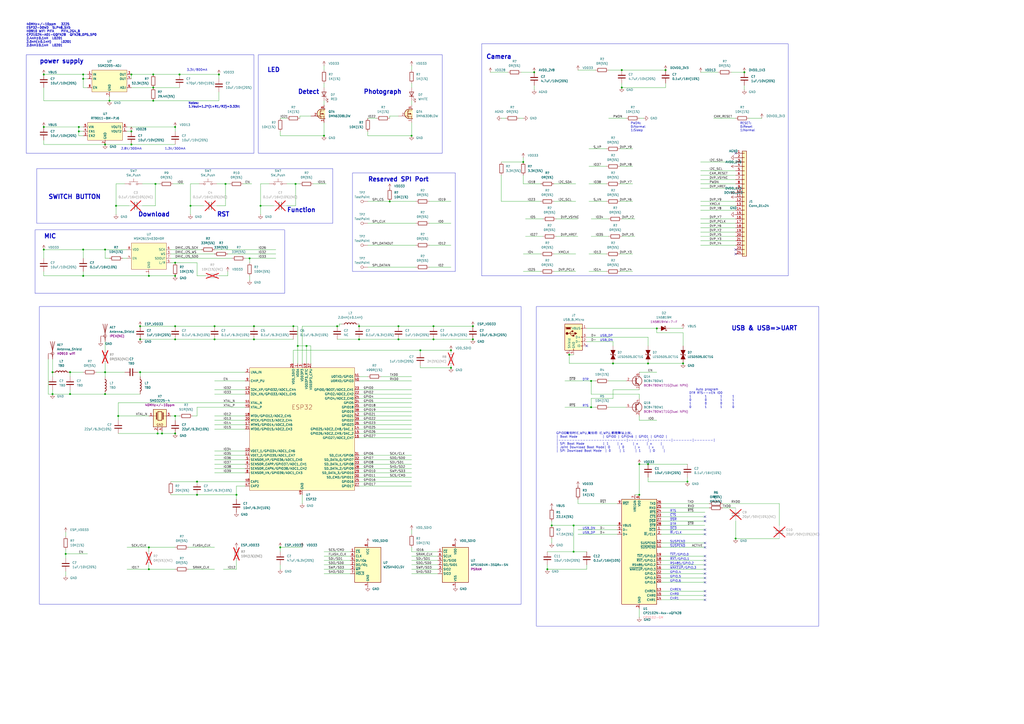
<source format=kicad_sch>
(kicad_sch (version 20250114) (generator "eeschema") (generator_version "9.0")
  (paper "A2")
  (rectangle (start 20.32 133.35) (end 165.1 170.18))
  (rectangle (start 279.4 25.4) (end 457.2 160.02))
  (rectangle (start 149.86 31.75) (end 256.54 88.9))
  (rectangle (start 21.336 97.79) (end 193.04 129.54))
  (rectangle (start 311.15 177.8) (end 474.98 363.22))
  (rectangle (start 15.24 31.75) (end 147.32 88.9))
  (rectangle (start 22.86 177.8) (end 302.26 350.52))
  (rectangle (start 204.47 100.33) (end 264.16 157.48))
  (text "~{WAKEUP}/GPIO.3" (at 388.62 330.2 0) (effects (font (size 1.27 1.27)) (justify left bottom)))
  (text "Photograph" (exclude_from_sim yes) (at 210.82 53.34 0) (effects (font (size 2.54 2.54) (thickness 0.508) (bold yes)) (justify left)))
  (text "SUSPEND" (at 388.62 314.96 0) (effects (font (size 1.27 1.27)) (justify left bottom)))
  (text "USB_DP" (at 347.98 195.58 0) (effects (font (size 1.27 1.27)) (justify left bottom)))
  (text "GPIO.5" (at 388.62 335.28 0) (effects (font (size 1.27 1.27)) (justify left bottom)))
  (text "CHR0" (at 388.62 345.44 0) (effects (font (size 1.27 1.27)) (justify left bottom)))
  (text "RESET:\n0:Reset\n1:Normal" (at 429.26 73.66 0) (effects (font (size 1.27 1.27)) (justify left)))
  (text "PWDN:\n0:Normal\n1:Sleep" (at 365.76 73.66 0) (effects (font (size 1.27 1.27)) (justify left)))
  (text "DTR" (at 337.82 220.98 0) (effects (font (size 1.27 1.27)) (justify left bottom)))
  (text "~{RI}/CLK" (at 388.62 309.88 0) (effects (font (size 1.27 1.27)) (justify left bottom)))
  (text "Camera" (exclude_from_sim yes) (at 281.94 33.02 0) (effects (font (size 2.54 2.54) (thickness 0.508) (bold yes)) (justify left)))
  (text "power supply" (exclude_from_sim yes) (at 22.86 35.56 0) (effects (font (size 2.54 2.54) (thickness 0.508) (bold yes)) (justify left)))
  (text "CHREN" (at 388.62 342.9 0) (effects (font (size 1.27 1.27)) (justify left bottom)))
  (text "GPIO.4" (at 388.62 332.74 0) (effects (font (size 1.27 1.27)) (justify left bottom)))
  (text "Function" (at 166.37 121.92 0) (effects (font (size 2.54 2.54) (thickness 0.508) (bold yes)) (justify left)))
  (text "Detect" (exclude_from_sim yes) (at 172.72 53.34 0) (effects (font (size 2.54 2.54) (thickness 0.508) (bold yes)) (justify left)))
  (text "     Auto program\n DTR RTS-->EN IO0\n 1        1        1      1\n 0        0        1      1\n 1        0        0      1\n 0        1        1      0" (at 398.78 231.14 0) (effects (font (size 1.27 1.27)) (justify left)))
  (text "~{CTS}" (at 388.62 299.72 0) (effects (font (size 1.27 1.27)) (justify left bottom)))
  (text "~{TXT}/GPIO.0" (at 388.62 322.58 0) (effects (font (size 1.27 1.27)) (justify left bottom)))
  (text "CHR1" (at 388.62 347.98 0) (effects (font (size 1.27 1.27)) (justify left bottom)))
  (text "RTS" (at 388.62 297.18 0) (effects (font (size 1.27 1.27)) (justify left bottom)))
  (text "RS485/GPIO.2" (at 388.62 327.66 0) (effects (font (size 1.27 1.27)) (justify left bottom)))
  (text "RST" (at 125.73 124.46 0) (effects (font (size 2.54 2.54) (thickness 0.508) (bold yes)) (justify left)))
  (text "MIC" (exclude_from_sim yes) (at 25.4 137.16 0) (effects (font (size 2.54 2.54) (thickness 0.508) (bold yes)) (justify left)))
  (text "~{DSR}" (at 388.62 302.26 0) (effects (font (size 1.27 1.27)) (justify left bottom)))
  (text "USB & USB=>UART" (at 424.18 190.5 0) (effects (font (size 2.54 2.54) (thickness 0.508) (bold yes)) (justify left)))
  (text "~{DCD}" (at 388.62 307.34 0) (effects (font (size 1.27 1.27)) (justify left bottom)))
  (text "2.8V/300mA" (at 76.2 86.36 0) (effects (font (size 1.27 1.27))))
  (text "LED" (exclude_from_sim yes) (at 154.94 40.64 0) (effects (font (size 2.54 2.54) (thickness 0.508) (bold yes)) (justify left)))
  (text "GPIO0复位时IE,WPU,复位后 IE,WPU,都是默认上拉.\n| Boot Mode               | GPIO0 | GPIO46 | GPIO1 | GPIO2 |\n|-------------------------|-------|--------|-------|-------|\n| SPI Boot Mode           | 1     | x      | x     | x     |\n| Joint Download Boot Mode| 0     | 0      | x     | x     |\n| SPI Download Boot Mode  | 0     | 1      | 1     | 0     |" (at 322.58 256.54 0) (effects (font (size 1.27 1.27)) (justify left)))
  (text "USB_DN" (at 347.98 198.12 0) (effects (font (size 1.27 1.27)) (justify left bottom)))
  (text "Reserved SPI Port" (exclude_from_sim yes) (at 213.36 104.14 0) (effects (font (size 2.54 2.54) (thickness 0.508) (bold yes)) (justify left)))
  (text "USB_DN" (at 337.82 307.34 0) (effects (font (size 1.27 1.27)) (justify left bottom)))
  (text "USB_DP" (at 337.82 309.88 0) (effects (font (size 1.27 1.27)) (justify left bottom)))
  (text "3.3V/800mA" (at 114.3 40.64 0) (effects (font (size 1.27 1.27))))
  (text "GPIO.6" (at 388.62 337.82 0) (effects (font (size 1.27 1.27)) (justify left bottom)))
  (text "~{SUSPEND}" (at 388.62 317.5 0) (effects (font (size 1.27 1.27)) (justify left bottom)))
  (text "Download" (at 80.01 124.46 0) (effects (font (size 2.54 2.54) (thickness 0.508) (bold yes)) (justify left)))
  (text "40MHz+/-10ppm	3225\nESP32-D0WD	SLP48_5X5\nH0910 WIFI PIFA	PIFA_2G4_B\nCP2102N-A01-GQFN28	QFN28_0P5_5P0\n2.4nH±0.1nH	L0201\n2.0nH(±0.1nH)	L0201\n2.0nH±0.1nH	L0201\n" (at 15.24 20.32 0) (effects (font (size 1.27 1.27) (thickness 0.254) (bold yes)) (justify left)))
  (text "DTR" (at 388.62 304.8 0) (effects (font (size 1.27 1.27)) (justify left bottom)))
  (text "1.3V/300mA" (at 101.6 86.36 0) (effects (font (size 1.27 1.27))))
  (text "RTS" (at 337.82 236.22 0) (effects (font (size 1.27 1.27)) (justify left bottom)))
  (text "~{RXT}/GPIO.1" (at 388.62 325.12 0) (effects (font (size 1.27 1.27)) (justify left bottom)))
  (text "SWITCH BUTTON" (at 27.94 114.3 0) (effects (font (size 2.54 2.54) (thickness 0.508) (bold yes)) (justify left)))
  (text "Notes:\n1.Vout=1.2*(1+R1/R2)=3.33V;" (at 109.22 60.96 0) (effects (font (size 1.27 1.27) (thickness 0.254) (bold yes)) (justify left)))
  (junction (at 375.92 269.24))
  (junction (at 274.32 189.23))
  (junction (at 63.5 58.42))
  (junction (at 86.36 317.5))
  (junction (at 151.13 119.38))
  (junction (at 303.53 93.98))
  (junction (at 360.68 50.8))
  (junction (at 332.74 304.8))
  (junction (at 231.14 196.85))
  (junction (at 320.04 304.8))
  (junction (at 48.26 43.18))
  (junction (at 86.36 160.02))
  (junction (at 172.72 200.66))
  (junction (at 48.26 45.72))
  (junction (at 114.3 279.4))
  (junction (at 25.4 43.18))
  (junction (at 144.78 149.86))
  (junction (at 48.26 144.78))
  (junction (at 251.46 196.85))
  (junction (at 170.18 189.23))
  (junction (at 261.62 213.36))
  (junction (at 124.46 196.85))
  (junction (at 370.84 269.24))
  (junction (at 81.28 215.9))
  (junction (at 330.2 205.74))
  (junction (at 86.36 330.2))
  (junction (at 60.96 215.9))
  (junction (at 261.62 203.2))
  (junction (at 110.49 119.38))
  (junction (at 171.45 106.68))
  (junction (at 93.98 251.46))
  (junction (at 60.96 144.78))
  (junction (at 30.48 228.6))
  (junction (at 431.8 41.91))
  (junction (at 101.6 160.02))
  (junction (at 101.6 152.4))
  (junction (at 67.31 119.38))
  (junction (at 124.46 189.23))
  (junction (at 40.64 228.6))
  (junction (at 25.4 144.78))
  (junction (at 25.4 73.66))
  (junction (at 342.9 236.22))
  (junction (at 396.24 210.82))
  (junction (at 398.78 279.4))
  (junction (at 238.76 78.74))
  (junction (at 60.96 228.6))
  (junction (at 355.6 210.82))
  (junction (at 60.96 83.82))
  (junction (at 88.9 50.8))
  (junction (at 76.2 76.2))
  (junction (at 426.72 312.42))
  (junction (at 274.32 196.85))
  (junction (at 251.46 189.23))
  (junction (at 375.92 210.82))
  (junction (at 177.8 200.66))
  (junction (at 226.06 116.84))
  (junction (at 231.14 189.23))
  (junction (at 342.9 220.98))
  (junction (at 104.14 43.18))
  (junction (at 30.48 215.9))
  (junction (at 40.64 215.9))
  (junction (at 38.1 321.31))
  (junction (at 208.28 196.85))
  (junction (at 195.58 189.23))
  (junction (at 81.28 189.23))
  (junction (at 208.28 189.23))
  (junction (at 127 43.18))
  (junction (at 81.28 196.85))
  (junction (at 91.44 251.46))
  (junction (at 101.6 73.66))
  (junction (at 360.68 40.64))
  (junction (at 137.16 287.02))
  (junction (at 147.32 189.23))
  (junction (at 381 190.5))
  (junction (at 332.74 320.04))
  (junction (at 90.17 106.68))
  (junction (at 187.96 78.74))
  (junction (at 45.72 73.66))
  (junction (at 45.72 76.2))
  (junction (at 114.3 287.02))
  (junction (at 386.08 40.64))
  (junction (at 101.6 189.23))
  (junction (at 101.6 251.46))
  (junction (at 317.5 330.2))
  (junction (at 309.88 41.91))
  (junction (at 88.9 43.18))
  (junction (at 162.56 317.5))
  (junction (at 101.6 196.85))
  (junction (at 88.9 58.42))
  (junction (at 147.32 196.85))
  (junction (at 68.58 241.3))
  (junction (at 76.2 83.82))
  (junction (at 243.84 203.2))
  (junction (at 130.81 106.68))
  (junction (at 48.26 160.02))
  (junction (at 101.6 241.3))
  (junction (at 370.84 287.02))
  (junction (at 76.2 43.18))
  (no_connect (at 408.94 307.34))
  (no_connect (at 426.72 144.78))
  (no_connect (at 408.94 330.2))
  (no_connect (at 408.94 327.66))
  (no_connect (at 426.72 147.32))
  (no_connect (at 408.94 314.96))
  (no_connect (at 408.94 309.88))
  (no_connect (at 408.94 299.72))
  (no_connect (at 408.94 325.12))
  (no_connect (at 408.94 345.44))
  (no_connect (at 408.94 335.28))
  (no_connect (at 408.94 322.58))
  (no_connect (at 408.94 337.82))
  (no_connect (at 408.94 347.98))
  (no_connect (at 408.94 302.26))
  (no_connect (at 408.94 342.9))
  (no_connect (at 340.36 200.66))
  (no_connect (at 408.94 317.5))
  (no_connect (at 426.72 88.9))
  (no_connect (at 408.94 332.74))
  (wire (pts (xy 355.6 226.06) (xy 370.84 226.06)))
  (wire (pts (xy 147.32 196.85) (xy 170.18 196.85)))
  (wire (pts (xy 408.94 325.12) (xy 383.54 325.12)))
  (wire (pts (xy 213.36 129.54) (xy 241.3 129.54)))
  (wire (pts (xy 129.54 330.2) (xy 137.16 330.2)))
  (wire (pts (xy 68.58 233.68) (xy 68.58 241.3)))
  (wire (pts (xy 238.76 78.74) (xy 238.76 71.12)))
  (wire (pts (xy 48.26 43.18) (xy 25.4 43.18)))
  (wire (pts (xy 60.96 228.6) (xy 81.28 228.6)))
  (wire (pts (xy 81.28 215.9) (xy 81.28 218.44)))
  (wire (pts (xy 248.92 154.94) (xy 261.62 154.94)))
  (wire (pts (xy 48.26 43.18) (xy 48.26 45.72)))
  (wire (pts (xy 370.84 228.6) (xy 370.84 231.14)))
  (wire (pts (xy 309.88 49.53) (xy 309.88 52.07)))
  (wire (pts (xy 63.5 58.42) (xy 63.5 55.88)))
  (wire (pts (xy 406.4 137.16) (xy 426.72 137.16)))
  (wire (pts (xy 340.36 190.5) (xy 381 190.5)))
  (wire (pts (xy 195.58 196.85) (xy 208.28 196.85)))
  (wire (pts (xy 426.72 302.26) (xy 426.72 312.42)))
  (wire (pts (xy 342.9 137.16) (xy 353.06 137.16)))
  (wire (pts (xy 406.4 106.68) (xy 426.72 106.68)))
  (wire (pts (xy 322.58 137.16) (xy 335.28 137.16)))
  (wire (pts (xy 340.36 330.2) (xy 317.5 330.2)))
  (wire (pts (xy 238.76 317.5) (xy 238.76 320.04)))
  (wire (pts (xy 320.04 312.42) (xy 320.04 314.96)))
  (wire (pts (xy 76.2 43.18) (xy 76.2 45.72)))
  (wire (pts (xy 452.12 312.42) (xy 426.72 312.42)))
  (wire (pts (xy 109.22 330.2) (xy 124.46 330.2)))
  (wire (pts (xy 208.28 254) (xy 238.76 254)))
  (wire (pts (xy 30.48 228.6) (xy 40.64 228.6)))
  (wire (pts (xy 76.2 50.8) (xy 88.9 50.8)))
  (wire (pts (xy 81.28 215.9) (xy 142.24 215.9)))
  (wire (pts (xy 302.26 41.91) (xy 309.88 41.91)))
  (wire (pts (xy 408.94 347.98) (xy 383.54 347.98)))
  (wire (pts (xy 375.92 269.24) (xy 398.78 269.24)))
  (wire (pts (xy 238.76 330.2) (xy 254 330.2)))
  (wire (pts (xy 67.31 106.68) (xy 67.31 119.38)))
  (wire (pts (xy 335.28 289.56) (xy 335.28 292.1)))
  (wire (pts (xy 25.4 144.78) (xy 25.4 149.86)))
  (wire (pts (xy 396.24 193.04) (xy 396.24 200.66)))
  (wire (pts (xy 375.92 210.82) (xy 396.24 210.82)))
  (wire (pts (xy 419.1 294.64) (xy 426.72 294.64)))
  (wire (pts (xy 335.28 292.1) (xy 358.14 292.1)))
  (wire (pts (xy 101.6 73.66) (xy 101.6 76.2)))
  (wire (pts (xy 175.26 292.1) (xy 175.26 287.02)))
  (wire (pts (xy 303.53 91.44) (xy 303.53 93.98)))
  (wire (pts (xy 327.66 236.22) (xy 342.9 236.22)))
  (wire (pts (xy 406.4 41.91) (xy 416.56 41.91)))
  (wire (pts (xy 175.26 210.82) (xy 175.26 189.23)))
  (wire (pts (xy 208.28 281.94) (xy 238.76 281.94)))
  (wire (pts (xy 82.55 119.38) (xy 90.17 119.38)))
  (wire (pts (xy 101.6 196.85) (xy 124.46 196.85)))
  (wire (pts (xy 114.3 279.4) (xy 142.24 279.4)))
  (wire (pts (xy 68.58 251.46) (xy 91.44 251.46)))
  (wire (pts (xy 99.06 152.4) (xy 101.6 152.4)))
  (wire (pts (xy 381 193.04) (xy 396.24 193.04)))
  (wire (pts (xy 208.28 279.4) (xy 238.76 279.4)))
  (wire (pts (xy 124.46 241.3) (xy 142.24 241.3)))
  (wire (pts (xy 408.94 345.44) (xy 383.54 345.44)))
  (wire (pts (xy 86.36 330.2) (xy 101.6 330.2)))
  (wire (pts (xy 322.58 127) (xy 335.28 127)))
  (wire (pts (xy 124.46 246.38) (xy 142.24 246.38)))
  (wire (pts (xy 208.28 266.7) (xy 238.76 266.7)))
  (wire (pts (xy 132.08 157.48) (xy 132.08 160.02)))
  (wire (pts (xy 48.26 157.48) (xy 48.26 160.02)))
  (wire (pts (xy 231.14 189.23) (xy 251.46 189.23)))
  (wire (pts (xy 419.1 292.1) (xy 452.12 292.1)))
  (wire (pts (xy 406.4 142.24) (xy 426.72 142.24)))
  (wire (pts (xy 99.06 147.32) (xy 124.46 147.32)))
  (wire (pts (xy 38.1 318.77) (xy 38.1 321.31)))
  (wire (pts (xy 101.6 317.5) (xy 86.36 317.5)))
  (wire (pts (xy 332.74 304.8) (xy 358.14 304.8)))
  (wire (pts (xy 67.31 119.38) (xy 67.31 124.46)))
  (wire (pts (xy 406.4 132.08) (xy 426.72 132.08)))
  (wire (pts (xy 321.31 147.32) (xy 334.01 147.32)))
  (wire (pts (xy 110.49 106.68) (xy 110.49 119.38)))
  (wire (pts (xy 388.62 190.5) (xy 396.24 190.5)))
  (wire (pts (xy 243.84 212.09) (xy 243.84 213.36)))
  (wire (pts (xy 187.96 38.1) (xy 187.96 40.64)))
  (wire (pts (xy 332.74 304.8) (xy 332.74 320.04)))
  (wire (pts (xy 48.26 50.8) (xy 48.26 45.72)))
  (wire (pts (xy 320.04 302.26) (xy 320.04 304.8)))
  (wire (pts (xy 114.3 236.22) (xy 142.24 236.22)))
  (wire (pts (xy 114.3 160.02) (xy 119.38 160.02)))
  (wire (pts (xy 238.76 332.74) (xy 254 332.74)))
  (wire (pts (xy 68.58 243.84) (xy 68.58 241.3)))
  (wire (pts (xy 342.9 228.6) (xy 370.84 228.6)))
  (wire (pts (xy 321.31 116.84) (xy 334.01 116.84)))
  (wire (pts (xy 406.4 121.92) (xy 426.72 121.92)))
  (wire (pts (xy 342.9 231.14) (xy 355.6 231.14)))
  (wire (pts (xy 187.96 320.04) (xy 203.2 320.04)))
  (wire (pts (xy 60.96 198.12) (xy 60.96 203.2)))
  (wire (pts (xy 25.4 160.02) (xy 48.26 160.02)))
  (wire (pts (xy 408.94 322.58) (xy 383.54 322.58)))
  (wire (pts (xy 360.68 48.26) (xy 360.68 50.8)))
  (wire (pts (xy 408.94 302.26) (xy 383.54 302.26)))
  (wire (pts (xy 170.18 189.23) (xy 172.72 189.23)))
  (wire (pts (xy 238.76 48.26) (xy 238.76 50.8)))
  (wire (pts (xy 114.3 152.4) (xy 101.6 152.4)))
  (wire (pts (xy 359.41 157.48) (xy 367.03 157.48)))
  (wire (pts (xy 370.84 243.84) (xy 370.84 241.3)))
  (wire (pts (xy 300.99 68.58) (xy 303.53 68.58)))
  (wire (pts (xy 124.46 269.24) (xy 142.24 269.24)))
  (wire (pts (xy 452.12 292.1) (xy 452.12 304.8)))
  (wire (pts (xy 353.06 236.22) (xy 363.22 236.22)))
  (wire (pts (xy 251.46 196.85) (xy 274.32 196.85)))
  (wire (pts (xy 408.94 327.66) (xy 383.54 327.66)))
  (wire (pts (xy 38.1 321.31) (xy 38.1 323.85)))
  (wire (pts (xy 213.36 78.74) (xy 238.76 78.74)))
  (wire (pts (xy 238.76 307.34) (xy 238.76 309.88)))
  (wire (pts (xy 340.36 195.58) (xy 375.92 195.58)))
  (wire (pts (xy 213.36 76.2) (xy 213.36 78.74)))
  (wire (pts (xy 73.66 144.78) (xy 60.96 144.78)))
  (wire (pts (xy 68.58 241.3) (xy 86.36 241.3)))
  (wire (pts (xy 130.81 119.38) (xy 130.81 106.68)))
  (wire (pts (xy 208.28 276.86) (xy 238.76 276.86)))
  (wire (pts (xy 48.26 160.02) (xy 86.36 160.02)))
  (wire (pts (xy 99.06 144.78) (xy 116.84 144.78)))
  (wire (pts (xy 25.4 83.82) (xy 60.96 83.82)))
  (wire (pts (xy 170.18 210.82) (xy 170.18 203.2)))
  (wire (pts (xy 208.28 236.22) (xy 238.76 236.22)))
  (wire (pts (xy 172.72 200.66) (xy 172.72 189.23)))
  (wire (pts (xy 434.34 68.58) (xy 441.96 68.58)))
  (wire (pts (xy 213.36 142.24) (xy 241.3 142.24)))
  (wire (pts (xy 196.85 187.96) (xy 198.12 187.96)))
  (wire (pts (xy 180.34 200.66) (xy 177.8 200.66)))
  (wire (pts (xy 180.34 210.82) (xy 180.34 200.66)))
  (wire (pts (xy 124.46 248.92) (xy 142.24 248.92)))
  (wire (pts (xy 340.36 327.66) (xy 340.36 330.2)))
  (wire (pts (xy 321.31 157.48) (xy 334.01 157.48)))
  (wire (pts (xy 137.16 281.94) (xy 142.24 281.94)))
  (wire (pts (xy 359.41 86.36) (xy 367.03 86.36)))
  (wire (pts (xy 132.08 160.02) (xy 127 160.02)))
  (wire (pts (xy 151.13 119.38) (xy 151.13 124.46)))
  (wire (pts (xy 86.36 160.02) (xy 101.6 160.02)))
  (wire (pts (xy 101.6 241.3) (xy 99.06 241.3)))
  (wire (pts (xy 383.54 294.64) (xy 411.48 294.64)))
  (wire (pts (xy 208.28 226.06) (xy 238.76 226.06)))
  (wire (pts (xy 124.46 220.98) (xy 142.24 220.98)))
  (wire (pts (xy 140.97 106.68) (xy 146.05 106.68)))
  (wire (pts (xy 386.08 48.26) (xy 386.08 50.8)))
  (wire (pts (xy 124.46 274.32) (xy 142.24 274.32)))
  (wire (pts (xy 330.2 210.82) (xy 330.2 205.74)))
  (wire (pts (xy 208.28 187.96) (xy 208.28 189.23)))
  (wire (pts (xy 370.84 215.9) (xy 381 215.9)))
  (wire (pts (xy 290.83 116.84) (xy 313.69 116.84)))
  (wire (pts (xy 274.32 189.23) (xy 251.46 189.23)))
  (wire (pts (xy 290.83 93.98) (xy 303.53 93.98)))
  (wire (pts (xy 76.2 43.18) (xy 88.9 43.18)))
  (wire (pts (xy 341.63 106.68) (xy 351.79 106.68)))
  (wire (pts (xy 238.76 320.04) (xy 254 320.04)))
  (wire (pts (xy 406.4 109.22) (xy 426.72 109.22)))
  (wire (pts (xy 208.28 271.78) (xy 238.76 271.78)))
  (wire (pts (xy 406.4 101.6) (xy 426.72 101.6)))
  (wire (pts (xy 375.92 195.58) (xy 375.92 200.66)))
  (wire (pts (xy 45.72 73.66) (xy 45.72 76.2)))
  (wire (pts (xy 137.16 289.56) (xy 137.16 287.02)))
  (wire (pts (xy 370.84 243.84) (xy 381 243.84)))
  (wire (pts (xy 360.68 127) (xy 368.3 127)))
  (wire (pts (xy 341.63 86.36) (xy 351.79 86.36)))
  (wire (pts (xy 327.66 220.98) (xy 342.9 220.98)))
  (wire (pts (xy 110.49 119.38) (xy 110.49 124.46)))
  (wire (pts (xy 73.66 330.2) (xy 86.36 330.2)))
  (wire (pts (xy 383.54 292.1) (xy 411.48 292.1)))
  (wire (pts (xy 408.94 307.34) (xy 383.54 307.34)))
  (wire (pts (xy 68.58 233.68) (xy 142.24 233.68)))
  (wire (pts (xy 370.84 269.24) (xy 370.84 287.02)))
  (wire (pts (xy 424.18 41.91) (xy 431.8 41.91)))
  (wire (pts (xy 181.61 106.68) (xy 189.23 106.68)))
  (wire (pts (xy 187.96 325.12) (xy 203.2 325.12)))
  (wire (pts (xy 147.32 189.23) (xy 170.18 189.23)))
  (wire (pts (xy 321.31 106.68) (xy 334.01 106.68)))
  (wire (pts (xy 238.76 325.12) (xy 254 325.12)))
  (wire (pts (xy 80.01 215.9) (xy 81.28 215.9)))
  (wire (pts (xy 431.8 49.53) (xy 431.8 52.07)))
  (wire (pts (xy 40.64 215.9) (xy 40.64 218.44)))
  (wire (pts (xy 261.62 212.09) (xy 261.62 213.36)))
  (wire (pts (xy 226.06 67.31) (xy 226.06 68.58)))
  (wire (pts (xy 341.63 96.52) (xy 351.79 96.52)))
  (wire (pts (xy 208.28 274.32) (xy 238.76 274.32)))
  (wire (pts (xy 137.16 287.02) (xy 137.16 281.94)))
  (wire (pts (xy 45.72 73.66) (xy 48.26 73.66)))
  (wire (pts (xy 406.4 139.7) (xy 426.72 139.7)))
  (wire (pts (xy 156.21 106.68) (xy 151.13 106.68)))
  (wire (pts (xy 208.28 220.98) (xy 238.76 220.98)))
  (wire (pts (xy 398.78 276.86) (xy 398.78 279.4)))
  (wire (pts (xy 408.94 342.9) (xy 383.54 342.9)))
  (wire (pts (xy 187.96 327.66) (xy 203.2 327.66)))
  (wire (pts (xy 304.8 137.16) (xy 314.96 137.16)))
  (wire (pts (xy 72.39 106.68) (xy 67.31 106.68)))
  (wire (pts (xy 187.96 322.58) (xy 203.2 322.58)))
  (wire (pts (xy 342.9 236.22) (xy 345.44 236.22)))
  (wire (pts (xy 171.45 119.38) (xy 171.45 106.68)))
  (wire (pts (xy 406.4 104.14) (xy 426.72 104.14)))
  (wire (pts (xy 25.4 81.28) (xy 25.4 83.82)))
  (wire (pts (xy 208.28 189.23) (xy 231.14 189.23)))
  (wire (pts (xy 88.9 50.8) (xy 104.14 50.8)))
  (wire (pts (xy 208.28 231.14) (xy 238.76 231.14)))
  (wire (pts (xy 90.17 119.38) (xy 90.17 106.68)))
  (wire (pts (xy 208.28 269.24) (xy 238.76 269.24)))
  (wire (pts (xy 226.06 116.84) (xy 241.3 116.84)))
  (wire (pts (xy 386.08 50.8) (xy 360.68 50.8)))
  (wire (pts (xy 303.53 101.6) (xy 303.53 106.68)))
  (wire (pts (xy 208.28 233.68) (xy 238.76 233.68)))
  (wire (pts (xy 76.2 83.82) (xy 101.6 83.82)))
  (wire (pts (xy 104.14 43.18) (xy 127 43.18)))
  (wire (pts (xy 375.92 276.86) (xy 375.92 279.4)))
  (wire (pts (xy 60.96 83.82) (xy 76.2 83.82)))
  (wire (pts (xy 30.48 215.9) (xy 30.48 218.44)))
  (wire (pts (xy 335.28 309.88) (xy 358.14 309.88)))
  (wire (pts (xy 151.13 106.68) (xy 151.13 119.38)))
  (wire (pts (xy 101.6 241.3) (xy 104.14 241.3)))
  (wire (pts (xy 124.46 144.78) (xy 160.02 144.78)))
  (wire (pts (xy 88.9 58.42) (xy 63.5 58.42)))
  (wire (pts (xy 370.84 358.14) (xy 370.84 353.06)))
  (wire (pts (xy 173.99 67.31) (xy 173.99 68.58)))
  (wire (pts (xy 111.76 241.3) (xy 114.3 241.3)))
  (wire (pts (xy 248.92 142.24) (xy 261.62 142.24)))
  (wire (pts (xy 304.8 127) (xy 314.96 127)))
  (wire (pts (xy 127 53.34) (xy 127 58.42)))
  (wire (pts (xy 414.02 68.58) (xy 426.72 68.58)))
  (wire (pts (xy 127 43.18) (xy 127 45.72)))
  (wire (pts (xy 48.26 144.78) (xy 48.26 149.86)))
  (wire (pts (xy 238.76 38.1) (xy 238.76 40.64)))
  (wire (pts (xy 187.96 78.74) (xy 187.96 71.12)))
  (wire (pts (xy 60.96 144.78) (xy 60.96 149.86)))
  (wire (pts (xy 317.5 320.04) (xy 332.74 320.04)))
  (wire (pts (xy 172.72 210.82) (xy 172.72 200.66)))
  (wire (pts (xy 243.84 203.2) (xy 261.62 203.2)))
  (wire (pts (xy 130.81 106.68) (xy 125.73 106.68)))
  (wire (pts (xy 25.4 50.8) (xy 25.4 58.42)))
  (wire (pts (xy 60.96 144.78) (xy 48.26 144.78)))
  (wire (pts (xy 208.28 246.38) (xy 238.76 246.38)))
  (wire (pts (xy 114.3 241.3) (xy 114.3 236.22)))
  (wire (pts (xy 243.84 203.2) (xy 243.84 204.47)))
  (wire (pts (xy 124.46 271.78) (xy 142.24 271.78)))
  (wire (pts (xy 162.56 327.66) (xy 162.56 330.2)))
  (wire (pts (xy 99.06 279.4) (xy 114.3 279.4)))
  (wire (pts (xy 99.06 149.86) (xy 134.62 149.86)))
  (wire (pts (xy 73.66 73.66) (xy 101.6 73.66)))
  (wire (pts (xy 25.4 73.66) (xy 45.72 73.66)))
  (wire (pts (xy 162.56 317.5) (xy 175.26 317.5)))
  (wire (pts (xy 132.08 147.32) (xy 160.02 147.32)))
  (wire (pts (xy 175.26 189.23) (xy 195.58 189.23)))
  (wire (pts (xy 144.78 160.02) (xy 144.78 162.56)))
  (wire (pts (xy 208.28 238.76) (xy 238.76 238.76)))
  (wire (pts (xy 406.4 119.38) (xy 426.72 119.38)))
  (wire (pts (xy 86.36 317.5) (xy 86.36 320.04)))
  (wire (pts (xy 124.46 196.85) (xy 147.32 196.85)))
  (wire (pts (xy 341.63 157.48) (xy 351.79 157.48)))
  (wire (pts (xy 144.78 149.86) (xy 160.02 149.86)))
  (wire (pts (xy 180.34 67.31) (xy 173.99 67.31)))
  (wire (pts (xy 73.66 76.2) (xy 76.2 76.2)))
  (wire (pts (xy 196.85 187.96) (xy 196.85 189.23)))
  (wire (pts (xy 93.98 251.46) (xy 101.6 251.46)))
  (wire (pts (xy 38.1 321.31) (xy 50.8 321.31)))
  (wire (pts (xy 125.73 119.38) (xy 130.81 119.38)))
  (wire (pts (xy 162.56 78.74) (xy 187.96 78.74)))
  (wire (pts (xy 406.4 134.62) (xy 426.72 134.62)))
  (wire (pts (xy 213.36 154.94) (xy 241.3 154.94)))
  (wire (pts (xy 408.94 330.2) (xy 383.54 330.2)))
  (wire (pts (xy 231.14 196.85) (xy 251.46 196.85)))
  (wire (pts (xy 406.4 127) (xy 426.72 127)))
  (wire (pts (xy 220.98 218.44) (xy 238.76 218.44)))
  (wire (pts (xy 248.92 129.54) (xy 261.62 129.54)))
  (wire (pts (xy 124.46 228.6) (xy 142.24 228.6)))
  (wire (pts (xy 187.96 332.74) (xy 203.2 332.74)))
  (wire (pts (xy 50.8 50.8) (xy 48.26 50.8)))
  (wire (pts (xy 187.96 48.26) (xy 187.96 50.8)))
  (wire (pts (xy 171.45 106.68) (xy 166.37 106.68)))
  (wire (pts (xy 166.37 68.58) (xy 162.56 68.58)))
  (wire (pts (xy 208.28 218.44) (xy 213.36 218.44)))
  (wire (pts (xy 101.6 243.84) (xy 101.6 241.3)))
  (wire (pts (xy 243.84 213.36) (xy 261.62 213.36)))
  (wire (pts (xy 114.3 287.02) (xy 137.16 287.02)))
  (wire (pts (xy 359.41 147.32) (xy 367.03 147.32)))
  (wire (pts (xy 408.94 337.82) (xy 383.54 337.82)))
  (wire (pts (xy 27.94 228.6) (xy 30.48 228.6)))
  (wire (pts (xy 130.81 106.68) (xy 133.35 106.68)))
  (wire (pts (xy 48.26 78.74) (xy 45.72 78.74)))
  (wire (pts (xy 196.85 189.23) (xy 195.58 189.23)))
  (wire (pts (xy 144.78 149.86) (xy 144.78 152.4)))
  (wire (pts (xy 25.4 58.42) (xy 63.5 58.42)))
  (wire (pts (xy 101.6 189.23) (xy 124.46 189.23)))
  (wire (pts (xy 406.4 99.06) (xy 426.72 99.06)))
  (wire (pts (xy 381 190.5) (xy 381 193.04)))
  (wire (pts (xy 86.36 158.75) (xy 86.36 160.02)))
  (wire (pts (xy 359.41 106.68) (xy 367.03 106.68)))
  (wire (pts (xy 408.94 309.88) (xy 383.54 309.88)))
  (wire (pts (xy 151.13 119.38) (xy 158.75 119.38)))
  (wire (pts (xy 30.48 226.06) (xy 30.48 228.6)))
  (wire (pts (xy 330.2 205.74) (xy 332.74 205.74)))
  (wire (pts (xy 406.4 129.54) (xy 426.72 129.54)))
  (wire (pts (xy 284.48 41.91) (xy 294.64 41.91)))
  (wire (pts (xy 55.88 215.9) (xy 60.96 215.9)))
  (wire (pts (xy 303.53 157.48) (xy 313.69 157.48)))
  (wire (pts (xy 124.46 243.84) (xy 142.24 243.84)))
  (wire (pts (xy 238.76 322.58) (xy 254 322.58)))
  (wire (pts (xy 340.36 198.12) (xy 355.6 198.12)))
  (wire (pts (xy 93.98 250.19) (xy 93.98 251.46)))
  (wire (pts (xy 100.33 106.68) (xy 106.68 106.68)))
  (wire (pts (xy 40.64 228.6) (xy 60.96 228.6)))
  (wire (pts (xy 124.46 261.62) (xy 142.24 261.62)))
  (wire (pts (xy 60.96 210.82) (xy 60.96 215.9)))
  (wire (pts (xy 90.17 106.68) (xy 82.55 106.68)))
  (wire (pts (xy 137.16 325.12) (xy 137.16 330.2)))
  (wire (pts (xy 408.94 314.96) (xy 383.54 314.96)))
  (wire (pts (xy 320.04 304.8) (xy 332.74 304.8)))
  (wire (pts (xy 187.96 330.2) (xy 203.2 330.2)))
  (wire (pts (xy 208.28 243.84) (xy 238.76 243.84)))
  (wire (pts (xy 355.6 198.12) (xy 355.6 200.66)))
  (wire (pts (xy 317.5 327.66) (xy 317.5 330.2)))
  (wire (pts (xy 208.28 241.3) (xy 238.76 241.3)))
  (wire (pts (xy 60.96 215.9) (xy 60.96 218.44)))
  (wire (pts (xy 63.5 149.86) (xy 60.96 149.86)))
  (wire (pts (xy 124.46 226.06) (xy 142.24 226.06)))
  (wire (pts (xy 30.48 208.28) (xy 30.48 215.9)))
  (wire (pts (xy 218.44 68.58) (xy 213.36 68.58)))
  (wire (pts (xy 162.56 76.2) (xy 162.56 78.74)))
  (wire (pts (xy 109.22 317.5) (xy 124.46 317.5)))
  (wire (pts (xy 187.96 58.42) (xy 187.96 60.96)))
  (wire (pts (xy 50.8 43.18) (xy 48.26 43.18)))
  (wire (pts (xy 86.36 327.66) (xy 86.36 330.2)))
  (wire (pts (xy 383.54 299.72) (xy 408.94 299.72)))
  (wire (pts (xy 162.56 317.5) (xy 162.56 320.04)))
  (wire (pts (xy 330.2 210.82) (xy 355.6 210.82)))
  (wire (pts (xy 73.66 317.5) (xy 86.36 317.5)))
  (wire (pts (xy 81.28 189.23) (xy 101.6 189.23)))
  (wire (pts (xy 81.28 196.85) (xy 101.6 196.85)))
  (wire (pts (xy 408.94 297.18) (xy 383.54 297.18)))
  (wire (pts (xy 114.3 152.4) (xy 114.3 160.02)))
  (wire (pts (xy 341.63 116.84) (xy 351.79 116.84)))
  (wire (pts (xy 341.63 147.32) (xy 351.79 147.32)))
  (wire (pts (xy 90.17 106.68) (xy 92.71 106.68)))
  (wire (pts (xy 342.9 220.98) (xy 345.44 220.98)))
  (wire (pts (xy 91.44 250.19) (xy 91.44 251.46)))
  (wire (pts (xy 110.49 119.38) (xy 118.11 119.38)))
  (wire (pts (xy 398.78 279.4) (xy 375.92 279.4)))
  (wire (pts (xy 208.28 228.6) (xy 238.76 228.6)))
  (wire (pts (xy 303.53 106.68) (xy 313.69 106.68)))
  (wire (pts (xy 170.18 203.2) (xy 243.84 203.2)))
  (wire (pts (xy 406.4 116.84) (xy 426.72 116.84)))
  (wire (pts (xy 40.64 215.9) (xy 48.26 215.9)))
  (wire (pts (xy 406.4 93.98) (xy 426.72 93.98)))
  (wire (pts (xy 408.94 332.74) (xy 383.54 332.74)))
  (wire (pts (xy 359.41 96.52) (xy 367.03 96.52)))
  (wire (pts (xy 40.64 226.06) (xy 40.64 228.6)))
  (wire (pts (xy 73.66 149.86) (xy 71.12 149.86)))
  (wire (pts (xy 45.72 76.2) (xy 48.26 76.2)))
  (wire (pts (xy 142.24 149.86) (xy 144.78 149.86)))
  (wire (pts (xy 332.74 320.04) (xy 340.36 320.04)))
  (wire (pts (xy 290.83 68.58) (xy 293.37 68.58)))
  (wire (pts (xy 353.06 40.64) (xy 360.68 40.64)))
  (wire (pts (xy 124.46 189.23) (xy 147.32 189.23)))
  (wire (pts (xy 213.36 116.84) (xy 226.06 116.84)))
  (wire (pts (xy 88.9 43.18) (xy 104.14 43.18)))
  (wire (pts (xy 48.26 144.78) (xy 25.4 144.78)))
  (wire (pts (xy 370.84 68.58) (xy 373.38 68.58)))
  (wire (pts (xy 177.8 200.66) (xy 172.72 200.66)))
  (wire (pts (xy 38.1 331.47) (xy 38.1 334.01)))
  (wire (pts (xy 355.6 231.14) (xy 355.6 226.06)))
  (wire (pts (xy 342.9 220.98) (xy 342.9 228.6)))
  (wire (pts (xy 38.1 308.61) (xy 38.1 311.15)))
  (wire (pts (xy 99.06 287.02) (xy 114.3 287.02)))
  (wire (pts (xy 124.46 264.16) (xy 142.24 264.16)))
  (wire (pts (xy 353.06 220.98) (xy 363.22 220.98)))
  (wire (pts (xy 408.94 304.8) (xy 383.54 304.8)))
  (wire (pts (xy 27.94 208.28) (xy 27.94 228.6)))
  (wire (pts (xy 25.4 157.48) (xy 25.4 160.02)))
  (wire (pts (xy 248.92 116.84) (xy 261.62 116.84)))
  (wire (pts (xy 45.72 76.2) (xy 45.72 78.74)))
  (wire (pts (xy 238.76 327.66) (xy 254 327.66)))
  (wire (pts (xy 353.06 68.58) (xy 363.22 68.58)))
  (wire (pts (xy 208.28 264.16) (xy 238.76 264.16)))
  (wire (pts (xy 60.96 215.9) (xy 72.39 215.9)))
  (wire (pts (xy 115.57 106.68) (xy 110.49 106.68)))
  (wire (pts (xy 67.31 119.38) (xy 74.93 119.38)))
  (wire (pts (xy 383.54 317.5) (xy 408.94 317.5)))
  (wire (pts (xy 261.62 203.2) (xy 261.62 204.47)))
  (wire (pts (xy 208.28 196.85) (xy 231.14 196.85)))
  (wire (pts (xy 342.9 231.14) (xy 342.9 236.22)))
  (wire (pts (xy 355.6 210.82) (xy 375.92 210.82)))
  (wire (pts (xy 177.8 210.82) (xy 177.8 200.66)))
  (wire (pts (xy 50.8 45.72) (xy 48.26 45.72)))
  (wire (pts (xy 360.68 137.16) (xy 368.3 137.16)))
  (wire (pts (xy 408.94 335.28) (xy 383.54 335.28)))
  (wire (pts (xy 208.28 248.92) (xy 238.76 248.92)))
  (wire (pts (xy 335.28 307.34) (xy 358.14 307.34)))
  (wire (pts (xy 303.53 147.32) (xy 313.69 147.32)))
  (wire (pts (xy 171.45 106.68) (xy 173.99 106.68)))
  (wire (pts (xy 91.44 251.46) (xy 93.98 251.46)))
  (wire (pts (xy 290.83 101.6) (xy 290.83 116.84)))
  (wire (pts (xy 359.41 116.84) (xy 367.03 116.84)))
  (wire (pts (xy 238.76 58.42) (xy 238.76 60.96)))
  (wire (pts (xy 166.37 119.38) (xy 171.45 119.38)))
  (wire (pts (xy 342.9 127) (xy 353.06 127)))
  (wire (pts (xy 370.84 269.24) (xy 375.92 269.24)))
  (wire (pts (xy 231.14 67.31) (xy 226.06 67.31)))
  (wire (pts (xy 88.9 58.42) (xy 127 58.42)))
  (wire (pts (xy 124.46 266.7) (xy 142.24 266.7)))
  (wire (pts (xy 368.3 287.02) (xy 370.84 287.02)))
  (wire (pts (xy 208.28 251.46) (xy 238.76 251.46)))
  (wire (pts (xy 386.08 40.64) (xy 360.68 40.64)))
  (wire (pts (xy 335.28 40.64) (xy 345.44 40.64)))
  (label "SWP{slash}SD3" (at 241.3 330.2 0))
  (label "IO35" (at 129.54 264.16 0))
  (label "RXD" (at 398.78 294.64 0))
  (label "DVP_VSYNC" (at 325.12 127 0))
  (label "~{RTS}" (at 398.78 297.18 0))
  (label "XMCLK" (at 411.48 119.38 0))
  (label "~{RST}" (at 347.98 292.1 0))
  (label "IO34" (at 345.44 127 0))
  (label "IO14" (at 129.54 246.38 0))
  (label "IO22" (at 213.36 68.58 0))
  (label "IO0" (at 254 129.54 0))
  (label "IO39" (at 129.54 274.32 0))
  (label "SDO{slash}SD0" (at 226.06 266.7 0))
  (label "GPIO19" (at 210.82 238.76 0))
  (label "IO38" (at 344.17 106.68 0))
  (label "IO12" (at 132.08 330.2 0))
  (label "DVP_Y9" (at 359.41 86.36 0))
  (label "SCK{slash}CLK" (at 226.06 264.16 0))
  (label "DVP_VSYNC" (at 411.48 104.14 0))
  (label "SCS{slash}CMD" (at 226.06 276.86 0))
  (label "~{RTS}" (at 330.2 236.22 0))
  (label "IO19" (at 254 116.84 0))
  (label "IO37" (at 129.54 269.24 0))
  (label "IO18" (at 306.07 106.68 0))
  (label "IO36" (at 129.54 266.7 0))
  (label "SPI_CLK" (at 215.9 129.54 0))
  (label "GPIO11" (at 210.82 276.86 0))
  (label "IO17" (at 76.2 330.2 0))
  (label "IO33" (at 149.86 149.86 0))
  (label "CAM_RESET" (at 411.48 101.6 0))
  (label "DVP_Y9" (at 411.48 116.84 0))
  (label "SCK{slash}CLK" (at 76.2 317.5 0))
  (label "DMIC_I2S_SCK" (at 101.6 144.78 0))
  (label "IO37" (at 344.17 96.52 0))
  (label "DVP_HREF" (at 411.48 109.22 0))
  (label "IO12" (at 129.54 241.3 0))
  (label "IO16" (at 241.3 320.04 0))
  (label "~{DTR}" (at 330.2 220.98 0))
  (label "SDI{slash}SD1" (at 190.5 325.12 0))
  (label "FLASH_CLK" (at 190.5 322.58 0))
  (label "D-" (at 347.98 307.34 0))
  (label "DVP_Y4" (at 359.41 157.48 0))
  (label "DVP_Y5" (at 360.68 137.16 0))
  (label "SDO{slash}SD0" (at 190.5 327.66 0))
  (label "S_VN" (at 344.17 116.84 0))
  (label "IO32" (at 149.86 147.32 0))
  (label "DVP_Y3" (at 359.41 147.32 0))
  (label "GPIO26" (at 210.82 251.46 0))
  (label "SWP{slash}SD3" (at 190.5 330.2 0))
  (label "S_VP" (at 344.17 86.36 0))
  (label "RXD0" (at 226.06 220.98 0))
  (label "FLASH_CLK" (at 111.76 317.5 0))
  (label "ACTIVE" (at 401.32 317.5 0))
  (label "D-" (at 342.9 198.12 0))
  (label "IO2" (at 254 154.94 0))
  (label "TXD0" (at 419.1 294.64 0))
  (label "IO13" (at 129.54 243.84 0))
  (label "D+" (at 342.9 195.58 0))
  (label "IO0" (at 375.92 243.84 0))
  (label "DVP_Y7" (at 411.48 127 0))
  (label "IO21" (at 162.56 68.58 0))
  (label "IO33" (at 129.54 228.6 0))
  (label "IO34" (at 129.54 261.62 0))
  (label "I2C_SCL" (at 323.85 116.84 0))
  (label "GPIO7" (at 210.82 266.7 0))
  (label "EN" (at 129.54 220.98 0))
  (label "DVP_Y2" (at 360.68 127 0))
  (label "DVP_Y4" (at 411.48 142.24 0))
  (label "SHD{slash}SD2" (at 190.5 332.74 0))
  (label "IO14" (at 344.17 157.48 0))
  (label "GPIO4" (at 210.82 231.14 0))
  (label "DVP_Y6" (at 411.48 132.08 0))
  (label "GPIO27" (at 210.82 254 0))
  (label "CAM_RESET" (at 414.02 68.58 0))
  (label "GPIO9" (at 210.82 271.78 0))
  (label "SCS{slash}CMD" (at 190.5 320.04 0))
  (label "TXD0" (at 226.06 218.44 0))
  (label "IO35" (at 345.44 137.16 0))
  (label "DMIC_I2S_SDO" (at 101.6 149.86 0))
  (label "GPIO5" (at 210.82 233.68 0))
  (label "IO32" (at 129.54 226.06 0))
  (label "SPI_CS" (at 215.9 116.84 0))
  (label "GPIO23" (at 210.82 246.38 0))
  (label "DVP_Y5" (at 411.48 137.16 0))
  (label "GPIO18" (at 210.82 236.22 0))
  (label "SHD{slash}SD2" (at 226.06 271.78 0))
  (label "PWDN" (at 355.6 68.58 0))
  (label "IO12" (at 254 142.24 0))
  (label "SDI{slash}SD1" (at 226.06 269.24 0))
  (label "EN" (at 142.24 106.68 0))
  (label "SPI_DATAOUT" (at 215.9 142.24 0))
  (label "GPIO25" (at 210.82 248.92 0))
  (label "DVP_PCLK" (at 323.85 157.48 0))
  (label "IO0" (at 102.87 106.68 0))
  (label "IO5" (at 307.34 127 0))
  (label "SWP{slash}SD3" (at 226.06 274.32 0))
  (label "IO15" (at 129.54 248.92 0))
  (label "DVP_Y2" (at 411.48 134.62 0))
  (label "SHD{slash}SD2" (at 241.3 332.74 0))
  (label "IO15" (at 184.15 106.68 0))
  (label "XTAL_P" (at 129.54 236.22 0))
  (label "GPIO17" (at 210.82 281.94 0))
  (label "GPIO10" (at 210.82 274.32 0))
  (label "IO13" (at 344.17 147.32 0))
  (label "DVP_Y7" (at 359.41 106.68 0))
  (label "DVP_Y6" (at 359.41 116.84 0))
  (label "SDI{slash}SD1" (at 241.3 325.12 0))
  (label "XTAL_N" (at 78.74 241.3 0))
  (label "GPIO21" (at 210.82 241.3 0))
  (label "~{DTR}" (at 398.78 304.8 0))
  (label "DVP_Y8" (at 411.48 121.92 0))
  (label "EN" (at 375.92 215.9 0))
  (label "DVP_PCLK" (at 411.48 129.54 0))
  (label "IO23" (at 306.07 116.84 0))
  (label "TXD" (at 398.78 292.1 0))
  (label "DVP_HREF" (at 325.12 137.16 0))
  (label "GPIO2" (at 210.82 228.6 0))
  (label "SRAM_CLK" (at 111.76 330.2 0))
  (label "DVP_Y3" (at 411.48 139.7 0))
  (label "DVP_Y8" (at 359.41 96.52 0))
  (label "I2C_SCL" (at 411.48 99.06 0))
  (label "GPIO22" (at 210.82 243.84 0))
  (label "GPIO16" (at 210.82 279.4 0))
  (label "XTAL_N" (at 129.54 233.68 0))
  (label "I2C_SDA" (at 323.85 106.68 0))
  (label "IO25" (at 306.07 157.48 0))
  (label "IO38" (at 129.54 271.78 0))
  (label "SPI_DATAIN" (at 215.9 154.94 0))
  (label "RXD0" (at 424.18 292.1 0))
  (label "IO27" (at 307.34 137.16 0))
  (label "GPIO8" (at 210.82 269.24 0))
  (label "GPIO6" (at 210.82 264.16 0))
  (label "XMCLK" (at 323.85 147.32 0))
  (label "IO4" (at 306.07 147.32 0))
  (label "SRAM_CLK" (at 241.3 322.58 0))
  (label "I2C_SDA" (at 411.48 93.98 0))
  (label "D+" (at 347.98 309.88 0))
  (label "IO26" (at 149.86 144.78 0))
  (label "GPIO0" (at 210.82 226.06 0))
  (label "PWDN" (at 411.48 106.68 0))
  (label "DMIC_I2S_WS" (at 101.6 147.32 0))
  (label "EN" (at 45.72 321.31 0))
  (label "SDO{slash}SD0" (at 241.3 327.66 0))
  (symbol (lib_id "power:GND") (at 309.88 52.07 0) (unit 1)
    (property "Reference" "#PWR?" (effects (hide yes)))
    (property "Value" "AGND" (at 312.42 53.3399 0) (effects (justify left)))
    (property "Description" "Power symbol creates a global label with name \"GND\" , ground" (effects (hide yes)))
  )
  (symbol (lib_id "power:+5V") (at 426.72 111.76 90) (unit 1)
    (property "Reference" "#PWR016" (effects (hide yes)))
    (property "Value" "DVDD_1V3" (at 425.45 109.22 90))
    (property "Description" "Power symbol creates a global label with name \"+5V\"" (effects (hide yes)))
  )
  (symbol (lib_id "power:GND") (at 38.1 334.01 0) (unit 1)
    (property "Reference" "#PWR?" (effects (hide yes)))
    (property "Value" "GND" (at 40.64 335.2799 0) (effects (justify left)))
    (property "Description" "Power symbol creates a global label with name \"GND\" , ground" (effects (hide yes)))
  )
  (symbol (lib_id "PCM_Capacitor_AKL:C_1206") (at 68.58 247.65 0) (mirror x) (unit 1)
    (property "Reference" "C?" (at 64.77 246.3799 0) (effects (justify right)))
    (property "Value" "22pF/6.3V(10%)" (at 64.77 248.9199 0) (effects (justify right)))
    (property "Footprint" "PCM_Capacitor_SMD_AKL:C_1206_3216Metric" (effects (hide yes)))
    (property "Description" "SMD 1206 MLCC capacitor, Alternate KiCad Library" (effects (hide yes)))
  )
  (symbol (lib_id "power:GND") (at 426.72 312.42 0) (unit 1)
    (property "Reference" "#PWR026" (effects (hide yes)))
    (property "Value" "GND" (at 429.26 313.6899 0) (effects (justify left)))
    (property "Description" "Power symbol creates a global label with name \"GND\" , ground" (effects (hide yes)))
  )
  (symbol (lib_id "PCM_Resistor_AKL:R_1206") (at 238.76 44.45 0) (mirror y) (unit 1)
    (property "Reference" "R?" (at 241.3 43.1799 0) (effects (justify right)))
    (property "Value" "1K(1%)" (at 241.3 45.7199 0) (effects (justify right)))
    (property "Footprint" "PCM_Resistor_SMD_AKL:R_1206_3216Metric" (effects (hide yes)))
    (property "Description" "SMD 1206 Chip Resistor, European Symbol, Alternate KiCad Library" (effects (hide yes)))
  )
  (symbol (lib_id "PCM_Capacitor_AKL:C_1206") (at 124.46 193.04 0) (unit 1)
    (property "Reference" "C?" (at 128.27 191.7699 0) (effects (justify left)))
    (property "Value" "0.1uF/6.3V(10%)" (at 128.27 194.3099 0) (effects (justify left)))
    (property "Footprint" "PCM_Capacitor_SMD_AKL:C_1206_3216Metric" (effects (hide yes)))
    (property "Description" "SMD 1206 MLCC capacitor, Alternate KiCad Library" (effects (hide yes)))
  )
  (symbol (lib_id "PCM_Capacitor_AKL:C_1206") (at 309.88 45.72 0) (unit 1)
    (property "Reference" "C?" (at 313.69 44.4499 0) (effects (justify left)))
    (property "Value" "4.7uF/10V(20%)" (at 313.69 46.9899 0) (effects (justify left)))
    (property "Footprint" "PCM_Capacitor_SMD_AKL:C_1206_3216Metric" (effects (hide yes)))
    (property "Description" "SMD 1206 MLCC capacitor, Alternate KiCad Library" (effects (hide yes)))
  )
  (symbol (lib_id "power:+5V") (at 309.88 41.91 0) (unit 1)
    (property "Reference" "#PWR?" (effects (hide yes)))
    (property "Value" "AVDD_2V8" (at 312.42 40.6399 0) (effects (justify left)))
    (property "Description" "Power symbol creates a global label with name \"+5V\"" (effects (hide yes)))
  )
  (symbol (lib_id "power:+5V") (at 274.32 189.23 0) (unit 1)
    (property "Reference" "#PWR?" (effects (hide yes)))
    (property "Value" "ESP_VDD33" (at 276.86 187.9599 0) (effects (justify left)))
    (property "Description" "Power symbol creates a global label with name \"+5V\"" (effects (hide yes)))
  )
  (symbol (lib_id "PCM_Resistor_AKL:R_1206") (at 320.04 308.61 180) (unit 1)
    (property "Reference" "R2" (at 322.58 307.3399 0) (effects (justify right)))
    (property "Value" "47.5K(5%)" (at 322.58 309.8799 0) (effects (justify right)))
    (property "Footprint" "PCM_Resistor_SMD_AKL:R_1206_3216Metric" (effects (hide yes)))
    (property "Description" "SMD 1206 Chip Resistor, European Symbol, Alternate KiCad Library" (effects (hide yes)))
  )
  (symbol (lib_id "Library:RT9011-BM-PJ6") (at 60.96 76.2 0) (unit 1)
    (property "Reference" "U?" (at 60.96 66.04 0))
    (property "Value" "RT9011-BM-PJ6" (at 60.96 68.58 0))
    (property "Footprint" "Package_TO_SOT_SMD:SOT-23-6" (effects (hide yes)))
    (property "Datasheet" "https://www.jlc-smt.com/lcsc/detail/C130817.html?spm=smt-pc.search-result.list.1" (effects (hide yes)))
  )
  (symbol (lib_id "PCM_Resistor_AKL:R_1206") (at 128.27 147.32 270) (mirror x) (unit 1)
    (property "Reference" "R?" (at 128.27 140.97 90))
    (property "Value" "33R(5%)" (at 128.27 143.51 90))
    (property "Footprint" "PCM_Resistor_SMD_AKL:R_1206_3216Metric" (effects (hide yes)))
    (property "Description" "SMD 1206 Chip Resistor, European Symbol, Alternate KiCad Library" (effects (hide yes)))
  )
  (symbol (lib_id "power:GND") (at 398.78 279.4 0) (unit 1)
    (property "Reference" "#PWR09" (effects (hide yes)))
    (property "Value" "GND" (at 401.32 280.6699 0) (effects (justify left)))
    (property "Description" "Power symbol creates a global label with name \"GND\" , ground" (effects (hide yes)))
  )
  (symbol (lib_id "PCM_Resistor_AKL:R_1206") (at 52.07 215.9 90) (mirror x) (unit 1)
    (property "Reference" "R?" (at 52.07 209.55 90))
    (property "Value" "0R(5%)" (at 52.07 212.09 90))
    (property "Footprint" "PCM_Resistor_SMD_AKL:R_1206_3216Metric" (effects (hide yes)))
    (property "Description" "SMD 1206 Chip Resistor, European Symbol, Alternate KiCad Library" (effects (hide yes)))
  )
  (symbol (lib_id "PCM_Capacitor_AKL:C_1206") (at 251.46 193.04 0) (unit 1)
    (property "Reference" "C?" (at 255.27 191.7699 0) (effects (justify left)))
    (property "Value" "10uF/6.3V(20%)" (at 255.27 194.3099 0) (effects (justify left)))
    (property "Footprint" "PCM_Capacitor_SMD_AKL:C_1206_3216Metric" (effects (hide yes)))
    (property "Description" "SMD 1206 MLCC capacitor, Alternate KiCad Library" (effects (hide yes)))
  )
  (symbol (lib_id "power:+5V") (at 406.4 41.91 0) (unit 1)
    (property "Reference" "#PWR?" (effects (hide yes)))
    (property "Value" "VDD13" (at 408.94 40.6399 0) (effects (justify left)))
    (property "Description" "Power symbol creates a global label with name \"+5V\"" (effects (hide yes)))
  )
  (symbol (lib_id "power:GND") (at 274.32 196.85 0) (unit 1)
    (property "Reference" "#PWR?" (effects (hide yes)))
    (property "Value" "GND" (at 276.86 198.1199 0) (effects (justify left)))
    (property "Description" "Power symbol creates a global label with name \"GND\" , ground" (effects (hide yes)))
  )
  (symbol (lib_id "power:+5V") (at 264.16 314.96 0) (unit 1)
    (property "Reference" "#PWR?" (effects (hide yes)))
    (property "Value" "VDD_SDIO" (at 266.7 313.6899 0) (effects (justify left)))
    (property "Description" "Power symbol creates a global label with name \"+5V\"" (effects (hide yes)))
  )
  (symbol (lib_id "power:GND") (at 370.84 358.14 0) (unit 1)
    (property "Reference" "#PWR06" (effects (hide yes)))
    (property "Value" "GND" (at 373.38 359.4099 0) (effects (justify left)))
    (property "Description" "Power symbol creates a global label with name \"GND\" , ground" (effects (hide yes)))
  )
  (symbol (lib_id "PCM_Resistor_AKL:R_1206") (at 355.6 157.48 90) (mirror x) (unit 1)
    (property "Reference" "R?" (at 355.6 151.13 90))
    (property "Value" "0R(5%)" (at 355.6 153.67 90))
    (property "Footprint" "PCM_Resistor_SMD_AKL:R_1206_3216Metric" (effects (hide yes)))
    (property "Description" "SMD 1206 Chip Resistor, European Symbol, Alternate KiCad Library" (effects (hide yes)))
  )
  (symbol (lib_id "PCM_Capacitor_AKL:C_1206") (at 104.14 46.99 0) (unit 1)
    (property "Reference" "C?" (at 107.95 45.7199 0) (effects (justify left)))
    (property "Value" "470pF/50V(10%)" (at 107.95 48.2599 0) (effects (justify left)))
    (property "Footprint" "PCM_Capacitor_SMD_AKL:C_1206_3216Metric" (effects (hide yes)))
    (property "Description" "SMD 1206 MLCC capacitor, Alternate KiCad Library" (effects (hide yes)))
  )
  (symbol (lib_id "Connector:TestPoint") (at 213.36 142.24 90) (unit 1)
    (property "Reference" "TP?" (at 210.058 137.16 90))
    (property "Value" "TestPoint" (at 210.058 139.7 90))
    (property "Description" "test point" (effects (hide yes)))
  )
  (symbol (lib_id "PCM_Resistor_AKL:R_1206") (at 245.11 129.54 270) (mirror x) (unit 1)
    (property "Reference" "R?" (at 245.11 123.19 90))
    (property "Value" "0R(5%)" (at 245.11 125.73 90))
    (property "Footprint" "PCM_Resistor_SMD_AKL:R_1206_3216Metric" (effects (hide yes)))
    (property "Description" "SMD 1206 Chip Resistor, European Symbol, Alternate KiCad Library" (effects (hide yes)))
  )
  (symbol (lib_id "PCM_Capacitor_AKL:C_1206") (at 340.36 323.85 0) (unit 1)
    (property "Reference" "C12" (at 344.17 322.5799 0) (effects (justify left)))
    (property "Value" "0.1uF/16V(10%)" (at 344.17 325.1199 0) (effects (justify left)))
    (property "Footprint" "PCM_Capacitor_SMD_AKL:C_1206_3216Metric" (effects (hide yes)))
    (property "Description" "SMD 1206 MLCC capacitor, Alternate KiCad Library" (effects (hide yes)))
  )
  (symbol (lib_id "PCM_Resistor_AKL:R_1206") (at 349.25 236.22 90) (unit 1)
    (property "Reference" "R5" (at 349.25 229.87 90))
    (property "Value" "10K(1%)" (at 349.25 232.41 90))
    (property "Footprint" "PCM_Resistor_SMD_AKL:R_1206_3216Metric" (effects (hide yes)))
    (property "Description" "SMD 1206 Chip Resistor, European Symbol, Alternate KiCad Library" (effects (hide yes)))
  )
  (symbol (lib_id "PCM_Capacitor_AKL:C_1206") (at 81.28 193.04 0) (unit 1)
    (property "Reference" "C?" (at 85.09 191.7699 0) (effects (justify left)))
    (property "Value" "1uF/10V(20%)" (at 85.09 194.3099 0) (effects (justify left)))
    (property "Footprint" "PCM_Capacitor_SMD_AKL:C_1206_3216Metric" (effects (hide yes)))
    (property "Description" "SMD 1206 MLCC capacitor, Alternate KiCad Library" (effects (hide yes)))
  )
  (symbol (lib_id "PCM_Resistor_AKL:R_1206") (at 170.18 68.58 270) (mirror x) (unit 1)
    (property "Reference" "R?" (at 170.18 62.23 90))
    (property "Value" "1K(1%)" (at 170.18 64.77 90))
    (property "Footprint" "PCM_Resistor_SMD_AKL:R_1206_3216Metric" (effects (hide yes)))
    (property "Description" "SMD 1206 Chip Resistor, European Symbol, Alternate KiCad Library" (effects (hide yes)))
  )
  (symbol (lib_id "power:+5V") (at 226.06 109.22 0) (unit 1)
    (property "Reference" "#PWR?" (effects (hide yes)))
    (property "Value" "VDD33" (at 228.6 107.9499 0) (effects (justify left)))
    (property "Description" "Power symbol creates a global label with name \"+5V\"" (effects (hide yes)))
  )
  (symbol (lib_id "power:+5V") (at 441.96 68.58 0) (unit 1)
    (property "Reference" "#PWR?" (effects (hide yes)))
    (property "Value" "DOVDD_3V3" (at 444.5 67.3099 0) (effects (justify left)))
    (property "Description" "Power symbol creates a global label with name \"+5V\"" (effects (hide yes)))
  )
  (symbol (lib_id "PCM_Capacitor_AKL:C_1206") (at 114.3 283.21 0) (unit 1)
    (property "Reference" "C?" (at 118.11 281.9399 0) (effects (justify left)))
    (property "Value" "3.3nF/6.3V(10%)" (at 118.11 284.4799 0) (effects (justify left)))
    (property "Footprint" "PCM_Capacitor_SMD_AKL:C_1206_3216Metric" (effects (hide yes)))
    (property "Description" "SMD 1206 MLCC capacitor, Alternate KiCad Library" (effects (hide yes)))
  )
  (symbol (lib_id "PCM_Capacitor_AKL:C_1206") (at 127 49.53 0) (unit 1)
    (property "Reference" "C?" (at 130.81 48.2599 0) (effects (justify left)))
    (property "Value" "10uF/10V(20%)" (at 130.81 50.7999 0) (effects (justify left)))
    (property "Footprint" "PCM_Capacitor_SMD_AKL:C_1206_3216Metric" (effects (hide yes)))
    (property "Description" "SMD 1206 MLCC capacitor, Alternate KiCad Library" (effects (hide yes)))
  )
  (symbol (lib_id "PCM_Capacitor_AKL:C_1206") (at 137.16 293.37 0) (unit 1)
    (property "Reference" "C?" (at 140.97 292.0999 0) (effects (justify left)))
    (property "Value" "10nF/6.3V(10%)" (at 140.97 294.6399 0) (effects (justify left)))
    (property "Footprint" "PCM_Capacitor_SMD_AKL:C_1206_3216Metric" (effects (hide yes)))
    (property "Description" "SMD 1206 MLCC capacitor, Alternate KiCad Library" (effects (hide yes)))
  )
  (symbol (lib_id "Library:MSM261S4030H0R") (at 86.36 149.86 0) (unit 1)
    (property "Reference" "U?" (at 86.36 135.89 0))
    (property "Value" "MSM261S4030H0R" (at 86.36 138.43 0))
    (property "Datasheet" "https://www.jlc-smt.com/lcsc/detail/C2840615.html?spm=smt-pc.search-result.list.0" (effects (hide yes)))
  )
  (symbol (lib_id "power:GND") (at 151.13 124.46 0) (unit 1)
    (property "Reference" "#PWR?" (effects (hide yes)))
    (property "Value" "GND" (at 153.67 125.7299 0) (effects (justify left)))
    (property "Description" "Power symbol creates a global label with name \"GND\" , ground" (effects (hide yes)))
  )
  (symbol (lib_id "Library:LESD5D5.0CT1G") (at 396.24 205.74 90) (unit 1)
    (property "Reference" "D?" (at 398.78 204.4699 90) (effects (justify right)))
    (property "Value" "LESD5D5.0CT1G" (at 398.78 207.0099 90) (effects (justify right)))
    (property "Footprint" "Diode_SMD:D_SOD-523" (effects (hide yes)))
    (property "Datasheet" "https://www.jlc-smt.com/lcsc/detail?componentCode=C383211&spm=smt-pc.search-result.list.0" (effects (hide yes)))
    (property "Description" "Bidirectional TVS Diode, Generic symbol, Alternate KiCAD Library" (effects (hide yes)))
  )
  (symbol (lib_id "PCM_Resistor_AKL:R_1206") (at 355.6 86.36 90) (mirror x) (unit 1)
    (property "Reference" "R?" (at 355.6 80.01 90))
    (property "Value" "0R(5%)" (at 355.6 82.55 90))
    (property "Footprint" "PCM_Resistor_SMD_AKL:R_1206_3216Metric" (effects (hide yes)))
    (property "Description" "SMD 1206 Chip Resistor, European Symbol, Alternate KiCad Library" (effects (hide yes)))
  )
  (symbol (lib_id "power:GND") (at 101.6 160.02 0) (unit 1)
    (property "Reference" "#PWR?" (effects (hide yes)))
    (property "Value" "GND" (at 104.14 161.2899 0) (effects (justify left)))
    (property "Description" "Power symbol creates a global label with name \"GND\" , ground" (effects (hide yes)))
  )
  (symbol (lib_id "PCM_Resistor_AKL:R_1206") (at 303.53 97.79 180) (unit 1)
    (property "Reference" "R?" (at 306.07 96.5199 0) (effects (justify right)))
    (property "Value" "3.3K(5%)" (at 306.07 99.0599 0) (effects (justify right)))
    (property "Footprint" "PCM_Resistor_SMD_AKL:R_1206_3216Metric" (effects (hide yes)))
    (property "Description" "SMD 1206 Chip Resistor, European Symbol, Alternate KiCad Library" (effects (hide yes)))
  )
  (symbol (lib_id "PCM_Resistor_AKL:R_1206") (at 245.11 116.84 270) (mirror x) (unit 1)
    (property "Reference" "R?" (at 245.11 110.49 90))
    (property "Value" "0R(5%)" (at 245.11 113.03 90))
    (property "Footprint" "PCM_Resistor_SMD_AKL:R_1206_3216Metric" (effects (hide yes)))
    (property "Description" "SMD 1206 Chip Resistor, European Symbol, Alternate KiCad Library" (effects (hide yes)))
  )
  (symbol (lib_id "power:GND") (at 360.68 50.8 0) (unit 1)
    (property "Reference" "#PWR?" (effects (hide yes)))
    (property "Value" "GND" (at 363.22 52.0699 0) (effects (justify left)))
    (property "Description" "Power symbol creates a global label with name \"GND\" , ground" (effects (hide yes)))
  )
  (symbol (lib_id "PCM_Resistor_AKL:R_1206") (at 318.77 127 90) (mirror x) (unit 1)
    (property "Reference" "R?" (at 318.77 120.65 90))
    (property "Value" "0R(5%)" (at 318.77 123.19 90))
    (property "Footprint" "PCM_Resistor_SMD_AKL:R_1206_3216Metric" (effects (hide yes)))
    (property "Description" "SMD 1206 Chip Resistor, European Symbol, Alternate KiCad Library" (effects (hide yes)))
  )
  (symbol (lib_id "power:+5V") (at 132.08 157.48 0) (unit 1)
    (property "Reference" "#PWR?" (effects (hide yes)))
    (property "Value" "VDD33" (at 134.62 156.2099 0) (effects (justify left)))
    (property "Description" "Power symbol creates a global label with name \"+5V\"" (effects (hide yes)))
  )
  (symbol (lib_id "PCM_Capacitor_AKL:C_1206") (at 426.72 298.45 0) (unit 1) (dnp yes)
    (property "Reference" "C9" (at 430.53 297.1799 0) (effects (justify left)))
    (property "Value" "20pF/50V(10%)(NC)" (at 430.53 299.7199 0) (effects (justify left)))
    (property "Footprint" "PCM_Capacitor_SMD_AKL:C_1206_3216Metric" (effects (hide yes)))
    (property "Description" "SMD 1206 MLCC capacitor, Alternate KiCad Library" (effects (hide yes)))
  )
  (symbol (lib_id "PCM_Capacitor_AKL:C_1206") (at 25.4 46.99 0) (unit 1)
    (property "Reference" "C?" (at 29.21 45.7199 0) (effects (justify left)))
    (property "Value" "10uF/10V(20%)" (at 29.21 48.2599 0) (effects (justify left)))
    (property "Footprint" "PCM_Capacitor_SMD_AKL:C_1206_3216Metric" (effects (hide yes)))
    (property "Description" "SMD 1206 MLCC capacitor, Alternate KiCad Library" (effects (hide yes)))
  )
  (symbol (lib_id "Device:Antenna_Shield") (at 30.48 203.2 0) (mirror y) (unit 1)
    (property "Reference" "AE?" (at 33.02 200.0249 0) (effects (justify right)))
    (property "Value" "Antenna_Shield" (at 33.02 202.5649 0) (effects (justify right)))
    (property "Description" "Antenna with extra pin for shielding" (effects (hide yes)))
    (property "MS" "H0910 wifi" (at 33.02 205.1049 0) (effects (justify right)))
  )
  (symbol (lib_id "PCM_Capacitor_AKL:C_1206") (at 386.08 44.45 0) (unit 1)
    (property "Reference" "C?" (at 389.89 43.1799 0) (effects (justify left)))
    (property "Value" "0.1uF/16V(10%)" (at 389.89 45.7199 0) (effects (justify left)))
    (property "Footprint" "PCM_Capacitor_SMD_AKL:C_1206_3216Metric" (effects (hide yes)))
    (property "Description" "SMD 1206 MLCC capacitor, Alternate KiCad Library" (effects (hide yes)))
  )
  (symbol (lib_id "PCM_Capacitor_AKL:C_1206") (at 208.28 193.04 0) (unit 1)
    (property "Reference" "C?" (at 212.09 191.7699 0) (effects (justify left)))
    (property "Value" "0.1uF/6.3V(10%)" (at 212.09 194.3099 0) (effects (justify left)))
    (property "Footprint" "PCM_Capacitor_SMD_AKL:C_1206_3216Metric" (effects (hide yes)))
    (property "Description" "SMD 1206 MLCC capacitor, Alternate KiCad Library" (effects (hide yes)))
  )
  (symbol (lib_id "PCM_Resistor_AKL:R_1206") (at 415.29 294.64 270) (mirror x) (unit 1)
    (property "Reference" "R7" (at 415.29 288.29 90))
    (property "Value" "0R(5%)" (at 415.29 290.83 90))
    (property "Footprint" "PCM_Resistor_SMD_AKL:R_1206_3216Metric" (effects (hide yes)))
    (property "Description" "SMD 1206 Chip Resistor, European Symbol, Alternate KiCad Library" (effects (hide yes)))
  )
  (symbol (lib_id "power:+5V") (at 38.1 308.61 0) (unit 1)
    (property "Reference" "#PWR?" (effects (hide yes)))
    (property "Value" "ESP_VDD33" (at 40.64 307.3399 0) (effects (justify left)))
    (property "Description" "Power symbol creates a global label with name \"+5V\"" (effects (hide yes)))
  )
  (symbol (lib_id "PCM_Capacitor_AKL:C_1206") (at 317.5 323.85 0) (unit 1)
    (property "Reference" "C11" (at 321.31 322.5799 0) (effects (justify left)))
    (property "Value" "10uF/10V(20%)" (at 321.31 325.1199 0) (effects (justify left)))
    (property "Footprint" "PCM_Capacitor_SMD_AKL:C_1206_3216Metric" (effects (hide yes)))
    (property "Description" "SMD 1206 MLCC capacitor, Alternate KiCad Library" (effects (hide yes)))
  )
  (symbol (lib_id "PCM_Resistor_AKL:R_1206") (at 261.62 208.28 0) (mirror x) (unit 1) (dnp yes)
    (property "Reference" "R8" (at 259.08 207.0099 0) (effects (justify right)))
    (property "Value" "2K(5%)(NC)" (at 259.08 209.5499 0) (effects (justify right)))
    (property "Footprint" "PCM_Resistor_SMD_AKL:R_1206_3216Metric" (effects (hide yes)))
    (property "Description" "SMD 1206 Chip Resistor, European Symbol, Alternate KiCad Library" (effects (hide yes)))
  )
  (symbol (lib_id "PCM_Capacitor_AKL:C_1206") (at 398.78 273.05 0) (unit 1)
    (property "Reference" "C2" (at 402.59 271.7799 0) (effects (justify left)))
    (property "Value" "0.1uF/16V(10%)" (at 402.59 274.3199 0) (effects (justify left)))
    (property "Footprint" "PCM_Capacitor_SMD_AKL:C_1206_3216Metric" (effects (hide yes)))
    (property "Description" "SMD 1206 MLCC capacitor, Alternate KiCad Library" (effects (hide yes)))
  )
  (symbol (lib_id "Connector:USB_B_Micro") (at 332.74 195.58 0) (unit 1)
    (property "Reference" "J?" (at 332.74 182.88 0))
    (property "Value" "USB_B_Micro" (at 332.74 185.42 0))
    (property "Description" "USB Micro Type B connector" (effects (hide yes)))
  )
  (symbol (lib_id "PCM_Capacitor_AKL:C_1206") (at 243.84 208.28 0) (mirror y) (unit 1)
    (property "Reference" "C7" (at 240.03 207.0099 0) (effects (justify left)))
    (property "Value" "1uF/10V(20%)" (at 240.03 209.5499 0) (effects (justify left)))
    (property "Footprint" "PCM_Capacitor_SMD_AKL:C_1206_3216Metric" (effects (hide yes)))
    (property "Description" "SMD 1206 MLCC capacitor, Alternate KiCad Library" (effects (hide yes)))
  )
  (symbol (lib_id "PCM_Capacitor_AKL:C_1206") (at 76.2 80.01 0) (unit 1)
    (property "Reference" "C?" (at 80.01 78.7399 0) (effects (justify left)))
    (property "Value" "10uF/10V(20%)" (at 80.01 81.2799 0) (effects (justify left)))
    (property "Footprint" "PCM_Capacitor_SMD_AKL:C_1206_3216Metric" (effects (hide yes)))
    (property "Description" "SMD 1206 MLCC capacitor, Alternate KiCad Library" (effects (hide yes)))
  )
  (symbol (lib_id "PCM_Resistor_AKL:R_1206") (at 123.19 160.02 270) (mirror x) (unit 1) (dnp yes)
    (property "Reference" "R?" (at 123.19 153.67 90))
    (property "Value" "10K(1%)(NC)" (at 123.19 156.21 90))
    (property "Footprint" "PCM_Resistor_SMD_AKL:R_1206_3216Metric" (effects (hide yes)))
    (property "Description" "SMD 1206 Chip Resistor, European Symbol, Alternate KiCad Library" (effects (hide yes)))
  )
  (symbol (lib_id "Device:LED") (at 238.76 54.61 90) (unit 1)
    (property "Reference" "D?" (at 242.57 54.9274 90) (effects (justify right)))
    (property "Value" "WHITE" (at 242.57 57.4674 90) (effects (justify right)))
    (property "Description" "Light emitting diode" (effects (hide yes)))
    (property "Sim.Pins" "1=K 2=A" (effects (hide yes)))
  )
  (symbol (lib_id "PCM_Capacitor_AKL:C_1206") (at 38.1 327.66 180) (unit 1)
    (property "Reference" "C?" (at 41.91 326.3899 0) (effects (justify right)))
    (property "Value" "1uF/10V(20%)" (at 41.91 328.9299 0) (effects (justify right)))
    (property "Footprint" "PCM_Capacitor_SMD_AKL:C_1206_3216Metric" (effects (hide yes)))
    (property "Description" "SMD 1206 MLCC capacitor, Alternate KiCad Library" (effects (hide yes)))
  )
  (symbol (lib_id "power:GND") (at 238.76 78.74 0) (unit 1)
    (property "Reference" "#PWR?" (effects (hide yes)))
    (property "Value" "GND" (at 241.3 80.0099 0) (effects (justify left)))
    (property "Description" "Power symbol creates a global label with name \"GND\" , ground" (effects (hide yes)))
  )
  (symbol (lib_id "PCM_Resistor_AKL:R_1206") (at 144.78 156.21 0) (mirror y) (unit 1)
    (property "Reference" "R?" (at 147.32 154.9399 0) (effects (justify right)))
    (property "Value" "100K(5%)" (at 147.32 157.4799 0) (effects (justify right)))
    (property "Footprint" "PCM_Resistor_SMD_AKL:R_1206_3216Metric" (effects (hide yes)))
    (property "Description" "SMD 1206 Chip Resistor, European Symbol, Alternate KiCad Library" (effects (hide yes)))
  )
  (symbol (lib_id "Device:Antenna_Shield") (at 60.96 193.04 0) (mirror y) (unit 1)
    (property "Reference" "AE?" (at 63.5 189.8649 0) (effects (justify right)))
    (property "Value" "Antenna_Shield" (at 63.5 192.4049 0) (effects (justify right)))
    (property "Description" "Antenna with extra pin for shielding" (effects (hide yes)))
    (property "MS" "IPEX(NC)" (at 63.5 194.9449 0) (effects (justify right)))
  )
  (symbol (lib_id "power:+5V") (at 431.8 41.91 0) (unit 1)
    (property "Reference" "#PWR?" (effects (hide yes)))
    (property "Value" "DVDD_1V3" (at 434.34 40.6399 0) (effects (justify left)))
    (property "Description" "Power symbol creates a global label with name \"+5V\"" (effects (hide yes)))
  )
  (symbol (lib_id "PCM_Elektuur:L") (at 203.2 187.96 90) (unit 1)
    (property "Reference" "L?" (at 203.2 181.61 90))
    (property "Value" "2.0nH(±0.1nH)" (at 203.2 184.15 90))
    (property "Description" "coil/winding/inductor/choke/reactor" (effects (hide yes)))
    (property "Indicator" "●" (effects (hide yes)))
    (property "Rating" "A" (effects (hide yes)))
  )
  (symbol (lib_id "PCM_Capacitor_AKL:C_1206") (at 25.4 153.67 0) (unit 1)
    (property "Reference" "C?" (at 29.21 152.3999 0) (effects (justify left)))
    (property "Value" "10uF/10V(20%)" (at 29.21 154.9399 0) (effects (justify left)))
    (property "Footprint" "PCM_Capacitor_SMD_AKL:C_1206_3216Metric" (effects (hide yes)))
    (property "Description" "SMD 1206 MLCC capacitor, Alternate KiCad Library" (effects (hide yes)))
  )
  (symbol (lib_id "Connector:TestPoint") (at 213.36 129.54 90) (unit 1)
    (property "Reference" "TP?" (at 210.058 124.46 90))
    (property "Value" "TestPoint" (at 210.058 127 90))
    (property "Description" "test point" (effects (hide yes)))
  )
  (symbol (lib_id "PCM_Resistor_AKL:R_1206") (at 355.6 147.32 90) (mirror x) (unit 1)
    (property "Reference" "R?" (at 355.6 140.97 90))
    (property "Value" "0R(5%)" (at 355.6 143.51 90))
    (property "Footprint" "PCM_Resistor_SMD_AKL:R_1206_3216Metric" (effects (hide yes)))
    (property "Description" "SMD 1206 Chip Resistor, European Symbol, Alternate KiCad Library" (effects (hide yes)))
  )
  (symbol (lib_id "power:GND") (at 317.5 330.2 0) (unit 1)
    (property "Reference" "#PWR04" (effects (hide yes)))
    (property "Value" "GND" (at 320.04 331.4699 0) (effects (justify left)))
    (property "Description" "Power symbol creates a global label with name \"GND\" , ground" (effects (hide yes)))
  )
  (symbol (lib_id "power:GND") (at 426.72 91.44 270) (unit 1)
    (property "Reference" "#PWR013" (effects (hide yes)))
    (property "Value" "AGND" (at 425.45 87.63 90))
    (property "Description" "Power symbol creates a global label with name \"GND\" , ground" (effects (hide yes)))
  )
  (symbol (lib_id "power:GND") (at 175.26 292.1 0) (unit 1)
    (property "Reference" "#PWR?" (effects (hide yes)))
    (property "Value" "GND" (at 177.8 293.3699 0) (effects (justify left)))
    (property "Description" "Power symbol creates a global label with name \"GND\" , ground" (effects (hide yes)))
  )
  (symbol (lib_id "PCM_Resistor_AKL:R_1206") (at 415.29 292.1 270) (unit 1)
    (property "Reference" "R6" (at 415.29 285.75 90))
    (property "Value" "0R(5%)" (at 415.29 288.29 90))
    (property "Footprint" "PCM_Resistor_SMD_AKL:R_1206_3216Metric" (effects (hide yes)))
    (property "Description" "SMD 1206 Chip Resistor, European Symbol, Alternate KiCad Library" (effects (hide yes)))
  )
  (symbol (lib_id "PCM_Capacitor_AKL:C_1206") (at 274.32 193.04 0) (unit 1)
    (property "Reference" "C?" (at 278.13 191.7699 0) (effects (justify left)))
    (property "Value" "10uF/6.3V(20%)" (at 278.13 194.3099 0) (effects (justify left)))
    (property "Footprint" "PCM_Capacitor_SMD_AKL:C_1206_3216Metric" (effects (hide yes)))
    (property "Description" "SMD 1206 MLCC capacitor, Alternate KiCad Library" (effects (hide yes)))
  )
  (symbol (lib_id "Switch:SW_Push") (at 161.29 106.68 0) (unit 1)
    (property "Reference" "SW?" (at 161.29 99.06 0))
    (property "Value" "SW_Push" (at 161.29 101.6 0))
    (property "Footprint" "Button_Switch_THT:SW_PUSH_6mm_H7.3mm" (effects (hide yes)))
    (property "Description" "Push button switch, generic, two pins" (effects (hide yes)))
  )
  (symbol (lib_id "PCM_Resistor_AKL:R_1206") (at 88.9 46.99 0) (mirror x) (unit 1)
    (property "Reference" "R?" (at 86.36 45.7199 0) (effects (justify right)))
    (property "Value" "52.3K(5%)" (at 86.36 48.2599 0) (effects (justify right)))
    (property "Footprint" "PCM_Resistor_SMD_AKL:R_1206_3216Metric" (effects (hide yes)))
    (property "Description" "SMD 1206 Chip Resistor, European Symbol, Alternate KiCad Library" (effects (hide yes)))
  )
  (symbol (lib_id "PCM_Diode_Schottky_AKL:1N5819M") (at 384.81 190.5 0) (unit 1)
    (property "Reference" "D2" (at 385.1275 181.61 0))
    (property "Value" "1N5819M" (at 385.1275 184.15 0))
    (property "Footprint" "PCM_Diode_SMD_AKL:D_MELF" (effects (hide yes)))
    (property "Datasheet" "https://media.digikey.com/pdf/Data%20Sheets/Diodes%20PDFs/1N5817M,5818M,5819M.pdf" (effects (hide yes)))
    (property "Description" "MELF Schottky diode, 40V, 1A, Alternate KiCAD Library" (effects (hide yes)))
    (property "MS" "1N5819HW-7-F" (at 385.1275 186.69 0))
  )
  (symbol (lib_id "PCM_Resistor_AKL:R_1206") (at 137.16 321.31 0) (unit 1) (dnp yes)
    (property "Reference" "R?" (at 139.7 320.0399 0) (effects (justify left)))
    (property "Value" "10K(1%)(NC)" (at 139.7 322.5799 0) (effects (justify left)))
    (property "Footprint" "PCM_Resistor_SMD_AKL:R_1206_3216Metric" (effects (hide yes)))
    (property "Description" "SMD 1206 Chip Resistor, European Symbol, Alternate KiCad Library" (effects (hide yes)))
  )
  (symbol (lib_id "PCM_Resistor_AKL:R_1206") (at 318.77 137.16 90) (mirror x) (unit 1)
    (property "Reference" "R?" (at 318.77 130.81 90))
    (property "Value" "0R(5%)" (at 318.77 133.35 90))
    (property "Footprint" "PCM_Resistor_SMD_AKL:R_1206_3216Metric" (effects (hide yes)))
    (property "Description" "SMD 1206 Chip Resistor, European Symbol, Alternate KiCad Library" (effects (hide yes)))
  )
  (symbol (lib_id "PCM_Elektuur:L") (at 35.56 215.9 90) (unit 1)
    (property "Reference" "L?" (at 35.56 209.55 90))
    (property "Value" "TBD" (at 35.56 212.09 90))
    (property "Description" "coil/winding/inductor/choke/reactor" (effects (hide yes)))
    (property "Indicator" "●" (effects (hide yes)))
    (property "Rating" "A" (effects (hide yes)))
  )
  (symbol (lib_id "Device:LED") (at 187.96 54.61 90) (unit 1)
    (property "Reference" "D?" (at 191.77 54.9274 90) (effects (justify right)))
    (property "Value" "RED" (at 191.77 57.4674 90) (effects (justify right)))
    (property "Description" "Light emitting diode" (effects (hide yes)))
    (property "Sim.Pins" "1=K 2=A" (effects (hide yes)))
  )
  (symbol (lib_id "PCM_Capacitor_AKL:C_1206") (at 25.4 77.47 0) (unit 1)
    (property "Reference" "C?" (at 29.21 76.1999 0) (effects (justify left)))
    (property "Value" "10uF/10V(20%)" (at 29.21 78.7399 0) (effects (justify left)))
    (property "Footprint" "PCM_Capacitor_SMD_AKL:C_1206_3216Metric" (effects (hide yes)))
    (property "Description" "SMD 1206 MLCC capacitor, Alternate KiCad Library" (effects (hide yes)))
  )
  (symbol (lib_id "PCM_Capacitor_AKL:C_1206") (at 48.26 153.67 0) (unit 1)
    (property "Reference" "C?" (at 52.07 152.3999 0) (effects (justify left)))
    (property "Value" "0.1uF/16V(10%)" (at 52.07 154.9399 0) (effects (justify left)))
    (property "Footprint" "PCM_Capacitor_SMD_AKL:C_1206_3216Metric" (effects (hide yes)))
    (property "Description" "SMD 1206 MLCC capacitor, Alternate KiCad Library" (effects (hide yes)))
  )
  (symbol (lib_id "Transistor_BJT:BC847BDW1") (at 368.3 236.22 0) (mirror x) (unit 2)
    (property "Reference" "Q1" (at 373.38 233.6799 0) (effects (justify left)))
    (property "Value" "BC847BDW1" (at 373.38 236.2199 0) (effects (justify left)))
    (property "Footprint" "Package_TO_SOT_SMD:SOT-363_SC-70-6" (effects (hide yes)))
    (property "Datasheet" "http://www.onsemi.com/pub_link/Collateral/BC846BDW1T1-D.PDF" (effects (hide yes)))
    (property "Description" "100mA IC, 45V Vce, Dual NPN/NPN Transistors, SOT-363" (effects (hide yes)))
    (property "MS" "BC847BDW1T1G(Dual NPN)" (at 373.38 238.7599 0) (effects (justify left)))
  )
  (symbol (lib_id "PCM_Capacitor_AKL:C_1206") (at 78.74 119.38 270) (unit 1) (dnp yes)
    (property "Reference" "C3" (at 78.74 111.76 90))
    (property "Value" "0.1uF/16V(10%)(NC)" (at 78.74 114.3 90))
    (property "Footprint" "PCM_Capacitor_SMD_AKL:C_1206_3216Metric" (effects (hide yes)))
    (property "Description" "SMD 1206 MLCC capacitor, Alternate KiCad Library" (effects (hide yes)))
  )
  (symbol (lib_id "power:GND") (at 58.42 198.12 0) (mirror y) (unit 1)
    (property "Reference" "#PWR?" (effects (hide yes)))
    (property "Value" "GND" (at 60.96 199.3899 0) (effects (justify right)))
    (property "Description" "Power symbol creates a global label with name \"GND\" , ground" (effects (hide yes)))
  )
  (symbol (lib_id "PCM_Transistor_MOSFET_AKL:DMN63D8LDW") (at 237.49 66.04 0) (unit 1)
    (property "Reference" "Q?" (at 241.3 64.7699 0) (effects (justify left)))
    (property "Value" "DMN63D8LDW" (at 241.3 67.3099 0) (effects (justify left)))
    (property "Footprint" "PCM_Package_TO_SOT_SMD_AKL:SOT-363_SC-70-6" (effects (hide yes)))
    (property "Datasheet" "https://www.tme.eu/Document/9a98459f48cb6c27fe19cc73bfadb754/DMN63D8LDW.pdf" (effects (hide yes)))
    (property "Description" "SOT-363 Dual NMOS enchancement mode transistor, 30V, 220mA, 300mW, Alternate KiCAD Library" (effects (hide yes)))
  )
  (symbol (lib_id "power:+5V") (at 127 43.18 0) (unit 1)
    (property "Reference" "#PWR?" (effects (hide yes)))
    (property "Value" "VDD33" (at 129.54 41.9099 0) (effects (justify left)))
    (property "Description" "Power symbol creates a global label with name \"+5V\"" (effects (hide yes)))
  )
  (symbol (lib_id "power:+5V") (at 335.28 40.64 0) (unit 1)
    (property "Reference" "#PWR?" (effects (hide yes)))
    (property "Value" "VDD33" (at 337.82 39.3699 0) (effects (justify left)))
    (property "Description" "Power symbol creates a global label with name \"+5V\"" (effects (hide yes)))
  )
  (symbol (lib_id "power:GND") (at 431.8 52.07 0) (unit 1)
    (property "Reference" "#PWR?" (effects (hide yes)))
    (property "Value" "GND" (at 434.34 53.3399 0) (effects (justify left)))
    (property "Description" "Power symbol creates a global label with name \"GND\" , ground" (effects (hide yes)))
  )
  (symbol (lib_id "power:+5V") (at 396.24 190.5 0) (unit 1)
    (property "Reference" "#PWR07" (effects (hide yes)))
    (property "Value" "VBUS" (at 398.78 189.2299 0) (effects (justify left)))
    (property "Description" "Power symbol creates a global label with name \"+5V\"" (effects (hide yes)))
  )
  (symbol (lib_id "Switch:SW_Push") (at 77.47 106.68 0) (unit 1)
    (property "Reference" "SW?" (at 77.47 99.06 0))
    (property "Value" "SW_Push" (at 77.47 101.6 0))
    (property "Footprint" "Button_Switch_THT:SW_PUSH_6mm_H7.3mm" (effects (hide yes)))
    (property "Description" "Push button switch, generic, two pins" (effects (hide yes)))
  )
  (symbol (lib_id "PCM_Resistor_AKL:R_1206") (at 213.36 72.39 0) (mirror x) (unit 1)
    (property "Reference" "R?" (at 210.82 71.1199 0) (effects (justify right)))
    (property "Value" "10K(1%)" (at 210.82 73.6599 0) (effects (justify right)))
    (property "Footprint" "PCM_Resistor_SMD_AKL:R_1206_3216Metric" (effects (hide yes)))
    (property "Description" "SMD 1206 Chip Resistor, European Symbol, Alternate KiCad Library" (effects (hide yes)))
  )
  (symbol (lib_id "Switch:SW_Push") (at 120.65 106.68 0) (unit 1)
    (property "Reference" "SW?" (at 120.65 99.06 0))
    (property "Value" "SW_Push" (at 120.65 101.6 0))
    (property "Footprint" "Button_Switch_THT:SW_PUSH_6mm_H7.3mm" (effects (hide yes)))
    (property "Description" "Push button switch, generic, two pins" (effects (hide yes)))
  )
  (symbol (lib_id "PCM_Capacitor_AKL:C_1206") (at 360.68 44.45 0) (unit 1)
    (property "Reference" "C?" (at 364.49 43.1799 0) (effects (justify left)))
    (property "Value" "4.7uF/10V(20%)" (at 364.49 45.7199 0) (effects (justify left)))
    (property "Footprint" "PCM_Capacitor_SMD_AKL:C_1206_3216Metric" (effects (hide yes)))
    (property "Description" "SMD 1206 MLCC capacitor, Alternate KiCad Library" (effects (hide yes)))
  )
  (symbol (lib_id "PCM_Resistor_AKL:R_1206") (at 162.56 72.39 0) (mirror x) (unit 1)
    (property "Reference" "R?" (at 160.02 71.1199 0) (effects (justify right)))
    (property "Value" "10K(1%)" (at 160.02 73.6599 0) (effects (justify right)))
    (property "Footprint" "PCM_Resistor_SMD_AKL:R_1206_3216Metric" (effects (hide yes)))
    (property "Description" "SMD 1206 Chip Resistor, European Symbol, Alternate KiCad Library" (effects (hide yes)))
  )
  (symbol (lib_id "PCM_Capacitor_AKL:C_1206") (at 76.2 215.9 90) (unit 1)
    (property "Reference" "C?" (at 76.2 208.28 90))
    (property "Value" "TBD" (at 76.2 210.82 90))
    (property "Footprint" "PCM_Capacitor_SMD_AKL:C_1206_3216Metric" (effects (hide yes)))
    (property "Description" "SMD 1206 MLCC capacitor, Alternate KiCad Library" (effects (hide yes)))
  )
  (symbol (lib_id "PCM_Resistor_AKL:R_1206") (at 138.43 149.86 270) (mirror x) (unit 1)
    (property "Reference" "R?" (at 138.43 143.51 90))
    (property "Value" "33R(5%)" (at 138.43 146.05 90))
    (property "Footprint" "PCM_Resistor_SMD_AKL:R_1206_3216Metric" (effects (hide yes)))
    (property "Description" "SMD 1206 Chip Resistor, European Symbol, Alternate KiCad Library" (effects (hide yes)))
  )
  (symbol (lib_id "Connector_Generic:Conn_01x24") (at 431.8 116.84 0) (unit 1)
    (property "Reference" "J1" (at 434.34 116.8399 0) (effects (justify left)))
    (property "Value" "Conn_01x24" (at 434.34 119.3799 0) (effects (justify left)))
    (property "Description" "Generic connector, single row, 01x24, script generated (kicad-library-utils/schlib/autogen/connector/)" (effects (hide yes)))
  )
  (symbol (lib_id "PCM_Capacitor_AKL:C_1206") (at 30.48 222.25 180) (unit 1)
    (property "Reference" "C?" (at 34.29 220.9799 0) (effects (justify right)))
    (property "Value" "TBD" (at 34.29 223.5199 0) (effects (justify right)))
    (property "Footprint" "PCM_Capacitor_SMD_AKL:C_1206_3216Metric" (effects (hide yes)))
    (property "Description" "SMD 1206 MLCC capacitor, Alternate KiCad Library" (effects (hide yes)))
  )
  (symbol (lib_id "power:GND") (at 110.49 124.46 0) (unit 1)
    (property "Reference" "#PWR012" (effects (hide yes)))
    (property "Value" "GND" (at 113.03 125.7299 0) (effects (justify left)))
    (property "Description" "Power symbol creates a global label with name \"GND\" , ground" (effects (hide yes)))
  )
  (symbol (lib_id "PCM_Capacitor_AKL:C_1206") (at 170.18 193.04 0) (unit 1)
    (property "Reference" "C6" (at 173.99 191.7699 0) (effects (justify left)))
    (property "Value" "0.1uF/6.3V(10%)" (at 173.99 194.3099 0) (effects (justify left)))
    (property "Footprint" "PCM_Capacitor_SMD_AKL:C_1206_3216Metric" (effects (hide yes)))
    (property "Description" "SMD 1206 MLCC capacitor, Alternate KiCad Library" (effects (hide yes)))
  )
  (symbol (lib_id "power:GND") (at 60.96 83.82 0) (unit 1)
    (property "Reference" "#PWR?" (effects (hide yes)))
    (property "Value" "GND" (at 63.5 85.0899 0) (effects (justify left)))
    (property "Description" "Power symbol creates a global label with name \"GND\" , ground" (effects (hide yes)))
  )
  (symbol (lib_id "power:+5V") (at 25.4 43.18 0) (unit 1)
    (property "Reference" "#PWR?" (effects (hide yes)))
    (property "Value" "VBUS" (at 27.94 41.9099 0) (effects (justify left)))
    (property "Description" "Power symbol creates a global label with name \"+5V\"" (effects (hide yes)))
  )
  (symbol (lib_id "Memory_Flash:W25X40CLSV") (at 213.36 327.66 0) (unit 1)
    (property "Reference" "U?" (at 222.25 326.3899 0) (effects (justify left)))
    (property "Value" "W25X40CLSV" (at 222.25 328.9299 0) (effects (justify left)))
    (property "Footprint" "Package_SO:SOP-8_3.9x4.9mm_P1.27mm" (effects (hide yes)))
    (property "Datasheet" "https://www.winbond.com/resource-files/W25X40CL_G%2020210505.pdf" (effects (hide yes)))
    (property "Description" "4Mbit / 512KiB Serial Flash memory, Standard/Dual I/O SPI, 2.3-3.6V, VSOP-8" (effects (hide yes)))
    (property "MS" "FLASH" (effects (hide yes)))
  )
  (symbol (lib_id "PCM_Resistor_AKL:R_1206") (at 101.6 156.21 0) (mirror y) (unit 1)
    (property "Reference" "R?" (at 104.14 154.9399 0) (effects (justify right)))
    (property "Value" "10K(1%)" (at 104.14 157.4799 0) (effects (justify right)))
    (property "Footprint" "PCM_Resistor_SMD_AKL:R_1206_3216Metric" (effects (hide yes)))
    (property "Description" "SMD 1206 Chip Resistor, European Symbol, Alternate KiCad Library" (effects (hide yes)))
  )
  (symbol (lib_id "PCM_Resistor_AKL:R_1206") (at 356.87 137.16 90) (mirror x) (unit 1)
    (property "Reference" "R?" (at 356.87 130.81 90))
    (property "Value" "0R(5%)" (at 356.87 133.35 90))
    (property "Footprint" "PCM_Resistor_SMD_AKL:R_1206_3216Metric" (effects (hide yes)))
    (property "Description" "SMD 1206 Chip Resistor, European Symbol, Alternate KiCad Library" (effects (hide yes)))
  )
  (symbol (lib_id "power:GND") (at 144.78 162.56 0) (unit 1)
    (property "Reference" "#PWR?" (effects (hide yes)))
    (property "Value" "GND" (at 147.32 163.8299 0) (effects (justify left)))
    (property "Description" "Power symbol creates a global label with name \"GND\" , ground" (effects (hide yes)))
  )
  (symbol (lib_id "power:GND") (at 162.56 330.2 0) (unit 1)
    (property "Reference" "#PWR?" (effects (hide yes)))
    (property "Value" "GND" (at 165.1 331.4699 0) (effects (justify left)))
    (property "Description" "Power symbol creates a global label with name \"GND\" , ground" (effects (hide yes)))
  )
  (symbol (lib_id "power:GND") (at 290.83 68.58 270) (unit 1)
    (property "Reference" "#PWR?" (effects (hide yes)))
    (property "Value" "AGND" (at 289.56 64.77 90))
    (property "Description" "Power symbol creates a global label with name \"GND\" , ground" (effects (hide yes)))
  )
  (symbol (lib_id "power:+5V") (at 303.53 91.44 0) (unit 1)
    (property "Reference" "#PWR?" (effects (hide yes)))
    (property "Value" "VDD33" (at 306.07 90.1699 0) (effects (justify left)))
    (property "Description" "Power symbol creates a global label with name \"+5V\"" (effects (hide yes)))
  )
  (symbol (lib_id "power:+5V") (at 426.72 114.3 90) (unit 1)
    (property "Reference" "#PWR017" (effects (hide yes)))
    (property "Value" "DOVDD_3V3" (at 425.45 111.76 90))
    (property "Description" "Power symbol creates a global label with name \"+5V\"" (effects (hide yes)))
  )
  (symbol (lib_id "power:+5V") (at 162.56 317.5 0) (unit 1)
    (property "Reference" "#PWR?" (effects (hide yes)))
    (property "Value" "ESP_VDD33" (at 165.1 316.2299 0) (effects (justify left)))
    (property "Description" "Power symbol creates a global label with name \"+5V\"" (effects (hide yes)))
  )
  (symbol (lib_id "PCM_Transistor_MOSFET_AKL:DMN63D8LDW") (at 186.69 66.04 0) (unit 1)
    (property "Reference" "Q?" (at 190.5 64.7699 0) (effects (justify left)))
    (property "Value" "DMN63D8LDW" (at 190.5 67.3099 0) (effects (justify left)))
    (property "Footprint" "PCM_Package_TO_SOT_SMD_AKL:SOT-363_SC-70-6" (effects (hide yes)))
    (property "Datasheet" "https://www.tme.eu/Document/9a98459f48cb6c27fe19cc73bfadb754/DMN63D8LDW.pdf" (effects (hide yes)))
    (property "Description" "SOT-363 Dual NMOS enchancement mode transistor, 30V, 220mA, 300mW, Alternate KiCAD Library" (effects (hide yes)))
  )
  (symbol (lib_id "PCM_Resistor_AKL:R_1206") (at 290.83 97.79 180) (unit 1)
    (property "Reference" "R?" (at 293.37 96.5199 0) (effects (justify right)))
    (property "Value" "3.3K(5%)" (at 293.37 99.0599 0) (effects (justify right)))
    (property "Footprint" "PCM_Resistor_SMD_AKL:R_1206_3216Metric" (effects (hide yes)))
    (property "Description" "SMD 1206 Chip Resistor, European Symbol, Alternate KiCad Library" (effects (hide yes)))
  )
  (symbol (lib_id "power:+1V8") (at 76.2 76.2 0) (unit 1)
    (property "Reference" "#PWR?" (effects (hide yes)))
    (property "Value" "VDD28" (at 78.74 74.9299 0) (effects (justify left)))
    (property "Description" "Power symbol creates a global label with name \"+1V8\"" (effects (hide yes)))
  )
  (symbol (lib_id "PCM_Espressif:ESP32") (at 175.26 248.92 0) (unit 1)
    (property "Reference" "U?" (at 177.4033 287.02 0) (effects (justify left)))
    (property "Value" "ESP32" (at 177.4033 289.56 0) (effects (justify left)))
    (property "Footprint" "Package_DFN_QFN:QFN-48-1EP_6x6mm_P0.4mm_EP4.3x4.3mm" (effects (hide yes)))
    (property "Datasheet" "https://www.espressif.com/sites/default/files/documentation/esp32_datasheet_en.pdf" (effects (hide yes)))
    (property "Description" "ESP32 is a single 2.4 GHz Wi-Fi-and-Bluetooth combo chip designed with the TSMC ultra-low-power 40 nmtechnology." (effects (hide yes)))
  )
  (symbol (lib_id "power:GND") (at 426.72 124.46 270) (unit 1)
    (property "Reference" "#PWR014" (effects (hide yes)))
    (property "Value" "GND" (at 425.45 120.65 90))
    (property "Description" "Power symbol creates a global label with name \"GND\" , ground" (effects (hide yes)))
  )
  (symbol (lib_id "PCM_Resistor_AKL:R_1206") (at 222.25 68.58 270) (mirror x) (unit 1)
    (property "Reference" "R?" (at 222.25 62.23 90))
    (property "Value" "1K(1%)" (at 222.25 64.77 90))
    (property "Footprint" "PCM_Resistor_SMD_AKL:R_1206_3216Metric" (effects (hide yes)))
    (property "Description" "SMD 1206 Chip Resistor, European Symbol, Alternate KiCad Library" (effects (hide yes)))
  )
  (symbol (lib_id "Connector:TestPoint") (at 213.36 154.94 90) (unit 1)
    (property "Reference" "TP?" (at 210.058 149.86 90))
    (property "Value" "TestPoint" (at 210.058 152.4 90))
    (property "Description" "test point" (effects (hide yes)))
  )
  (symbol (lib_id "Transistor_BJT:BC847BDW1") (at 368.3 220.98 0) (unit 1)
    (property "Reference" "Q1" (at 373.38 218.4399 0) (effects (justify left)))
    (property "Value" "BC847BDW1" (at 373.38 220.9799 0) (effects (justify left)))
    (property "Footprint" "Package_TO_SOT_SMD:SOT-363_SC-70-6" (effects (hide yes)))
    (property "Datasheet" "http://www.onsemi.com/pub_link/Collateral/BC846BDW1T1-D.PDF" (effects (hide yes)))
    (property "Description" "100mA IC, 45V Vce, Dual NPN/NPN Transistors, SOT-363" (effects (hide yes)))
    (property "MS" "BC847BDW1T1G(Dual NPN)" (at 373.38 223.5199 0) (effects (justify left)))
  )
  (symbol (lib_id "Connector:TestPoint") (at 213.36 116.84 90) (unit 1)
    (property "Reference" "TP?" (at 210.058 111.76 90))
    (property "Value" "TestPoint" (at 210.058 114.3 90))
    (property "Description" "test point" (effects (hide yes)))
  )
  (symbol (lib_id "power:+5V") (at 81.28 189.23 0) (unit 1)
    (property "Reference" "#PWR?" (effects (hide yes)))
    (property "Value" "ESP_VDD33" (at 83.82 187.9599 0) (effects (justify left)))
    (property "Description" "Power symbol creates a global label with name \"+5V\"" (effects (hide yes)))
  )
  (symbol (lib_id "power:+5V") (at 25.4 144.78 0) (unit 1)
    (property "Reference" "#PWR?" (effects (hide yes)))
    (property "Value" "VDD33" (at 27.94 143.5099 0) (effects (justify left)))
    (property "Description" "Power symbol creates a global label with name \"+5V\"" (effects (hide yes)))
  )
  (symbol (lib_id "PCM_Resistor_AKL:R_1206") (at 317.5 106.68 90) (mirror x) (unit 1)
    (property "Reference" "R?" (at 317.5 100.33 90))
    (property "Value" "0R(5%)" (at 317.5 102.87 90))
    (property "Footprint" "PCM_Resistor_SMD_AKL:R_1206_3216Metric" (effects (hide yes)))
    (property "Description" "SMD 1206 Chip Resistor, European Symbol, Alternate KiCad Library" (effects (hide yes)))
  )
  (symbol (lib_id "PCM_Resistor_AKL:R_1206") (at 226.06 113.03 180) (unit 1)
    (property "Reference" "R?" (at 228.6 111.7599 0) (effects (justify right)))
    (property "Value" "10K(1%)" (at 228.6 114.2999 0) (effects (justify right)))
    (property "Footprint" "PCM_Resistor_SMD_AKL:R_1206_3216Metric" (effects (hide yes)))
    (property "Description" "SMD 1206 Chip Resistor, European Symbol, Alternate KiCad Library" (effects (hide yes)))
  )
  (symbol (lib_id "PCM_Resistor_AKL:R_1206") (at 356.87 127 90) (mirror x) (unit 1)
    (property "Reference" "R?" (at 356.87 120.65 90))
    (property "Value" "0R(5%)" (at 356.87 123.19 90))
    (property "Footprint" "PCM_Resistor_SMD_AKL:R_1206_3216Metric" (effects (hide yes)))
    (property "Description" "SMD 1206 Chip Resistor, European Symbol, Alternate KiCad Library" (effects (hide yes)))
  )
  (symbol (lib_id "PCM_Resistor_AKL:R_1206") (at 355.6 106.68 90) (mirror x) (unit 1)
    (property "Reference" "R?" (at 355.6 100.33 90))
    (property "Value" "0R(5%)" (at 355.6 102.87 90))
    (property "Footprint" "PCM_Resistor_SMD_AKL:R_1206_3216Metric" (effects (hide yes)))
    (property "Description" "SMD 1206 Chip Resistor, European Symbol, Alternate KiCad Library" (effects (hide yes)))
  )
  (symbol (lib_id "PCM_Resistor_AKL:R_1206") (at 317.5 147.32 90) (mirror x) (unit 1)
    (property "Reference" "R?" (at 317.5 140.97 90))
    (property "Value" "0R(5%)" (at 317.5 143.51 90))
    (property "Footprint" "PCM_Resistor_SMD_AKL:R_1206_3216Metric" (effects (hide yes)))
    (property "Description" "SMD 1206 Chip Resistor, European Symbol, Alternate KiCad Library" (effects (hide yes)))
  )
  (symbol (lib_id "power:VBUS") (at 320.04 294.64 0) (unit 1)
    (property "Reference" "#PWR01" (effects (hide yes)))
    (property "Value" "VBUS" (at 322.58 293.3699 0) (effects (justify left)))
    (property "Description" "Power symbol creates a global label with name \"VBUS\"" (effects (hide yes)))
  )
  (symbol (lib_id "PCM_Resistor_AKL:R_1206") (at 38.1 314.96 180) (unit 1)
    (property "Reference" "R?" (at 40.64 313.6899 0) (effects (justify right)))
    (property "Value" "10K(1%)" (at 40.64 316.2299 0) (effects (justify right)))
    (property "Footprint" "PCM_Resistor_SMD_AKL:R_1206_3216Metric" (effects (hide yes)))
    (property "Description" "SMD 1206 Chip Resistor, European Symbol, Alternate KiCad Library" (effects (hide yes)))
  )
  (symbol (lib_id "PCM_Resistor_AKL:R_1206") (at 430.53 68.58 90) (mirror x) (unit 1)
    (property "Reference" "R?" (at 430.53 62.23 90))
    (property "Value" "10K(1%)" (at 430.53 64.77 90))
    (property "Footprint" "PCM_Resistor_SMD_AKL:R_1206_3216Metric" (effects (hide yes)))
    (property "Description" "SMD 1206 Chip Resistor, European Symbol, Alternate KiCad Library" (effects (hide yes)))
  )
  (symbol (lib_id "power:+5V") (at 284.48 41.91 0) (unit 1)
    (property "Reference" "#PWR?" (effects (hide yes)))
    (property "Value" "VDD28" (at 287.02 40.6399 0) (effects (justify left)))
    (property "Description" "Power symbol creates a global label with name \"+5V\"" (effects (hide yes)))
  )
  (symbol (lib_id "power:GND") (at 261.62 213.36 0) (unit 1)
    (property "Reference" "#PWR018" (effects (hide yes)))
    (property "Value" "GND" (at 264.16 214.6299 0) (effects (justify left)))
    (property "Description" "Power symbol creates a global label with name \"GND\" , ground" (effects (hide yes)))
  )
  (symbol (lib_id "power:GND") (at 67.31 124.46 0) (unit 1)
    (property "Reference" "#PWR011" (effects (hide yes)))
    (property "Value" "GND" (at 69.85 125.7299 0) (effects (justify left)))
    (property "Description" "Power symbol creates a global label with name \"GND\" , ground" (effects (hide yes)))
  )
  (symbol (lib_id "Memory_RAM:APS1604M-3SQRx-SN") (at 264.16 327.66 0) (unit 1)
    (property "Reference" "U?" (at 273.05 325.1199 0) (effects (justify left)))
    (property "Value" "APS1604M-3SQRx-SN" (at 273.05 327.6599 0) (effects (justify left)))
    (property "Footprint" "Package_SO:SOIC-8_3.9x4.9mm_P1.27mm" (effects (hide yes)))
    (property "Datasheet" "https://www.mouser.com/datasheet/2/1127/APM_PSRAM_QSPI_APS1604M_3SQR_v2_7_PKG-1954896.pdf" (effects (hide yes)))
    (property "Description" "16 Mbit / 2M x 8-bits serial pseudo SRAM MEMORY, up to 133MHz, 2.7-3.6V supply, SOIC-8 (SOP-8)" (effects (hide yes)))
    (property "MS" "PSRAM" (at 273.05 330.1999 0) (effects (justify left)))
  )
  (symbol (lib_id "PCM_Resistor_AKL:R_1206") (at 105.41 317.5 270) (unit 1)
    (property "Reference" "R?" (at 105.41 311.15 90))
    (property "Value" "0R(5%)" (at 105.41 313.69 90))
    (property "Footprint" "PCM_Resistor_SMD_AKL:R_1206_3216Metric" (effects (hide yes)))
    (property "Description" "SMD 1206 Chip Resistor, European Symbol, Alternate KiCad Library" (effects (hide yes)))
  )
  (symbol (lib_id "PCM_Resistor_AKL:R_1206") (at 349.25 40.64 90) (mirror x) (unit 1)
    (property "Reference" "R?" (at 349.25 34.29 90))
    (property "Value" "0R(5%)" (at 349.25 36.83 90))
    (property "Footprint" "PCM_Resistor_SMD_AKL:R_1206_3216Metric" (effects (hide yes)))
    (property "Description" "SMD 1206 Chip Resistor, European Symbol, Alternate KiCad Library" (effects (hide yes)))
  )
  (symbol (lib_id "PCM_Resistor_AKL:R_1206") (at 355.6 116.84 90) (mirror x) (unit 1)
    (property "Reference" "R?" (at 355.6 110.49 90))
    (property "Value" "0R(5%)" (at 355.6 113.03 90))
    (property "Footprint" "PCM_Resistor_SMD_AKL:R_1206_3216Metric" (effects (hide yes)))
    (property "Description" "SMD 1206 Chip Resistor, European Symbol, Alternate KiCad Library" (effects (hide yes)))
  )
  (symbol (lib_id "power:GND") (at 396.24 210.82 0) (unit 1)
    (property "Reference" "#PWR08" (effects (hide yes)))
    (property "Value" "GND" (at 398.78 212.0899 0) (effects (justify left)))
    (property "Description" "Power symbol creates a global label with name \"GND\" , ground" (effects (hide yes)))
  )
  (symbol (lib_id "power:+5V") (at 370.84 269.24 0) (unit 1)
    (property "Reference" "#PWR05" (effects (hide yes)))
    (property "Value" "VDD33" (at 373.38 267.9699 0) (effects (justify left)))
    (property "Description" "Power symbol creates a global label with name \"+5V\"" (effects (hide yes)))
  )
  (symbol (lib_id "PCM_Resistor_AKL:R_1206") (at 238.76 313.69 180) (unit 1)
    (property "Reference" "R?" (at 241.3 312.4199 0) (effects (justify right)))
    (property "Value" "10K(1%)" (at 241.3 314.9599 0) (effects (justify right)))
    (property "Footprint" "PCM_Resistor_SMD_AKL:R_1206_3216Metric" (effects (hide yes)))
    (property "Description" "SMD 1206 Chip Resistor, European Symbol, Alternate KiCad Library" (effects (hide yes)))
  )
  (symbol (lib_id "power:+1V8") (at 101.6 73.66 0) (unit 1)
    (property "Reference" "#PWR?" (effects (hide yes)))
    (property "Value" "VDD13" (at 104.14 72.3899 0) (effects (justify left)))
    (property "Description" "Power symbol creates a global label with name \"+1V8\"" (effects (hide yes)))
  )
  (symbol (lib_id "PCM_Resistor_AKL:R_1206") (at 297.18 68.58 90) (mirror x) (unit 1)
    (property "Reference" "R?" (at 297.18 62.23 90))
    (property "Value" "0R(5%)" (at 297.18 64.77 90))
    (property "Footprint" "PCM_Resistor_SMD_AKL:R_1206_3216Metric" (effects (hide yes)))
    (property "Description" "SMD 1206 Chip Resistor, European Symbol, Alternate KiCad Library" (effects (hide yes)))
  )
  (symbol (lib_id "PCM_Resistor_AKL:R_1206") (at 317.5 116.84 90) (mirror x) (unit 1)
    (property "Reference" "R?" (at 317.5 110.49 90))
    (property "Value" "0R(5%)" (at 317.5 113.03 90))
    (property "Footprint" "PCM_Resistor_SMD_AKL:R_1206_3216Metric" (effects (hide yes)))
    (property "Description" "SMD 1206 Chip Resistor, European Symbol, Alternate KiCad Library" (effects (hide yes)))
  )
  (symbol (lib_id "PCM_Capacitor_AKL:C_1206") (at 101.6 193.04 0) (unit 1)
    (property "Reference" "C?" (at 105.41 191.7699 0) (effects (justify left)))
    (property "Value" "0.1uF/6.3V(10%)" (at 105.41 194.3099 0) (effects (justify left)))
    (property "Footprint" "PCM_Capacitor_SMD_AKL:C_1206_3216Metric" (effects (hide yes)))
    (property "Description" "SMD 1206 MLCC capacitor, Alternate KiCad Library" (effects (hide yes)))
  )
  (symbol (lib_id "power:+5V") (at 25.4 73.66 0) (unit 1)
    (property "Reference" "#PWR?" (effects (hide yes)))
    (property "Value" "VBUS" (at 27.94 72.3899 0) (effects (justify left)))
    (property "Description" "Power symbol creates a global label with name \"+5V\"" (effects (hide yes)))
  )
  (symbol (lib_id "PCM_Crystal_AKL:SMD3225-4") (at 92.71 241.3 0) (unit 1)
    (property "Reference" "X?" (at 92.71 229.87 0))
    (property "Value" "SMD3225-4" (at 92.71 232.41 0))
    (property "Footprint" "PCM_Crystal_AKL:Crystal_SMD_3225-4Pin_3.2x2.5mm" (effects (hide yes)))
    (property "Description" "SMD Quartz crystal, 4 terminals, 3.2mm x 2.5mm, Alternate KiCad Library" (effects (hide yes)))
    (property "MS" "40MHz+/-10ppm" (at 92.71 234.95 0))
  )
  (symbol (lib_id "power:+5V") (at 238.76 307.34 0) (unit 1)
    (property "Reference" "#PWR?" (effects (hide yes)))
    (property "Value" "VDD_SDIO" (at 241.3 306.0699 0) (effects (justify left)))
    (property "Description" "Power symbol creates a global label with name \"+5V\"" (effects (hide yes)))
  )
  (symbol (lib_id "power:GND") (at 63.5 58.42 0) (unit 1)
    (property "Reference" "#PWR?" (effects (hide yes)))
    (property "Value" "GND" (at 66.04 59.6899 0) (effects (justify left)))
    (property "Description" "Power symbol creates a global label with name \"GND\" , ground" (effects (hide yes)))
  )
  (symbol (lib_id "PCM_Capacitor_AKL:C_1206") (at 40.64 222.25 180) (unit 1)
    (property "Reference" "C?" (at 44.45 220.9799 0) (effects (justify right)))
    (property "Value" "TBD" (at 44.45 223.5199 0) (effects (justify right)))
    (property "Footprint" "PCM_Capacitor_SMD_AKL:C_1206_3216Metric" (effects (hide yes)))
    (property "Description" "SMD 1206 MLCC capacitor, Alternate KiCad Library" (effects (hide yes)))
  )
  (symbol (lib_id "PCM_Capacitor_AKL:C_1206") (at 121.92 119.38 270) (unit 1) (dnp yes)
    (property "Reference" "C4" (at 121.92 111.76 90))
    (property "Value" "0.1uF/16V(10%)(NC)" (at 121.92 114.3 90))
    (property "Footprint" "PCM_Capacitor_SMD_AKL:C_1206_3216Metric" (effects (hide yes)))
    (property "Description" "SMD 1206 MLCC capacitor, Alternate KiCad Library" (effects (hide yes)))
  )
  (symbol (lib_id "power:GND") (at 81.28 196.85 0) (unit 1)
    (property "Reference" "#PWR?" (effects (hide yes)))
    (property "Value" "GND" (at 83.82 198.1199 0) (effects (justify left)))
    (property "Description" "Power symbol creates a global label with name \"GND\" , ground" (effects (hide yes)))
  )
  (symbol (lib_id "power:GND") (at 30.48 228.6 0) (unit 1)
    (property "Reference" "#PWR?" (effects (hide yes)))
    (property "Value" "GND" (at 33.02 229.8699 0) (effects (justify left)))
    (property "Description" "Power symbol creates a global label with name \"GND\" , ground" (effects (hide yes)))
  )
  (symbol (lib_id "PCM_Capacitor_AKL:C_1206") (at 375.92 273.05 0) (unit 1)
    (property "Reference" "C1" (at 379.73 271.7799 0) (effects (justify left)))
    (property "Value" "10uF/10V(20%)" (at 379.73 274.3199 0) (effects (justify left)))
    (property "Footprint" "PCM_Capacitor_SMD_AKL:C_1206_3216Metric" (effects (hide yes)))
    (property "Description" "SMD 1206 MLCC capacitor, Alternate KiCad Library" (effects (hide yes)))
  )
  (symbol (lib_id "power:+5V") (at 386.08 40.64 0) (unit 1)
    (property "Reference" "#PWR?" (effects (hide yes)))
    (property "Value" "DOVDD_3V3" (at 388.62 39.3699 0) (effects (justify left)))
    (property "Description" "Power symbol creates a global label with name \"+5V\"" (effects (hide yes)))
  )
  (symbol (lib_id "PCM_Capacitor_AKL:C_1206") (at 147.32 193.04 0) (unit 1)
    (property "Reference" "C5" (at 151.13 191.7699 0) (effects (justify left)))
    (property "Value" "0.1uF/6.3V(10%)" (at 151.13 194.3099 0) (effects (justify left)))
    (property "Footprint" "PCM_Capacitor_SMD_AKL:C_1206_3216Metric" (effects (hide yes)))
    (property "Description" "SMD 1206 MLCC capacitor, Alternate KiCad Library" (effects (hide yes)))
  )
  (symbol (lib_id "PCM_Resistor_AKL:R_1206") (at 60.96 207.01 0) (unit 1) (dnp yes)
    (property "Reference" "R?" (at 63.5 205.7399 0) (effects (justify left)))
    (property "Value" "0R(5%)(NC)" (at 63.5 208.2799 0) (effects (justify left)))
    (property "Footprint" "PCM_Resistor_SMD_AKL:R_1206_3216Metric" (effects (hide yes)))
    (property "Description" "SMD 1206 Chip Resistor, European Symbol, Alternate KiCad Library" (effects (hide yes)))
  )
  (symbol (lib_id "power:GND") (at 320.04 314.96 0) (unit 1)
    (property "Reference" "#PWR02" (effects (hide yes)))
    (property "Value" "GND" (at 322.58 316.2299 0) (effects (justify left)))
    (property "Description" "Power symbol creates a global label with name \"GND\" , ground" (effects (hide yes)))
  )
  (symbol (lib_id "Library:SGM2205-ADJ") (at 63.5 48.26 0) (unit 1)
    (property "Reference" "U?" (at 63.5 35.56 0))
    (property "Value" "SGM2205-ADJ" (at 63.5 38.1 0))
    (property "Footprint" "Package_SO:SOIC-8_3.9x4.9mm_P1.27mm" (effects (hide yes)))
    (property "Datasheet" "https://www.jlc-smt.com/lcsc/detail/C5153017.html?spm=smt-pc.search-result.list.0" (effects (hide yes)))
  )
  (symbol (lib_id "power:+5V") (at 426.72 96.52 90) (unit 1)
    (property "Reference" "#PWR015" (effects (hide yes)))
    (property "Value" "AVDD_2V8" (at 425.45 93.98 90))
    (property "Description" "Power symbol creates a global label with name \"+5V\"" (effects (hide yes)))
  )
  (symbol (lib_id "power:+5V") (at 187.96 38.1 0) (unit 1)
    (property "Reference" "#PWR?" (effects (hide yes)))
    (property "Value" "VDD33" (at 190.5 36.8299 0) (effects (justify left)))
    (property "Description" "Power symbol creates a global label with name \"+5V\"" (effects (hide yes)))
  )
  (symbol (lib_id "PCM_Capacitor_AKL:C_1206") (at 101.6 80.01 0) (unit 1)
    (property "Reference" "C?" (at 105.41 78.7399 0) (effects (justify left)))
    (property "Value" "10uF/10V(20%)" (at 105.41 81.2799 0) (effects (justify left)))
    (property "Footprint" "PCM_Capacitor_SMD_AKL:C_1206_3216Metric" (effects (hide yes)))
    (property "Description" "SMD 1206 MLCC capacitor, Alternate KiCad Library" (effects (hide yes)))
  )
  (symbol (lib_id "PCM_Resistor_AKL:R_1206") (at 177.8 106.68 90) (unit 1)
    (property "Reference" "R?" (at 177.8 100.33 90))
    (property "Value" "0R(5%)" (at 177.8 102.87 90))
    (property "Footprint" "PCM_Resistor_SMD_AKL:R_1206_3216Metric" (effects (hide yes)))
    (property "Description" "SMD 1206 Chip Resistor, European Symbol, Alternate KiCad Library" (effects (hide yes)))
  )
  (symbol (lib_id "power:GND") (at 137.16 297.18 0) (unit 1)
    (property "Reference" "#PWR?" (effects (hide yes)))
    (property "Value" "GND" (at 139.7 298.4499 0) (effects (justify left)))
    (property "Description" "Power symbol creates a global label with name \"GND\" , ground" (effects (hide yes)))
  )
  (symbol (lib_id "PCM_Resistor_AKL:R_1206") (at 99.06 283.21 180) (unit 1)
    (property "Reference" "R?" (at 101.6 281.9399 0) (effects (justify right)))
    (property "Value" "20K(5%)" (at 101.6 284.4799 0) (effects (justify right)))
    (property "Footprint" "PCM_Resistor_SMD_AKL:R_1206_3216Metric" (effects (hide yes)))
    (property "Description" "SMD 1206 Chip Resistor, European Symbol, Alternate KiCad Library" (effects (hide yes)))
  )
  (symbol (lib_id "PCM_Resistor_AKL:R_1206") (at 86.36 323.85 0) (unit 1) (dnp yes)
    (property "Reference" "R?" (at 88.9 322.5799 0) (effects (justify left)))
    (property "Value" "0R(5%)(NC)" (at 88.9 325.1199 0) (effects (justify left)))
    (property "Footprint" "PCM_Resistor_SMD_AKL:R_1206_3216Metric" (effects (hide yes)))
    (property "Description" "SMD 1206 Chip Resistor, European Symbol, Alternate KiCad Library" (effects (hide yes)))
  )
  (symbol (lib_id "PCM_Resistor_AKL:R_1206") (at 349.25 220.98 90) (unit 1)
    (property "Reference" "R4" (at 349.25 214.63 90))
    (property "Value" "10K(1%)" (at 349.25 217.17 90))
    (property "Footprint" "PCM_Resistor_SMD_AKL:R_1206_3216Metric" (effects (hide yes)))
    (property "Description" "SMD 1206 Chip Resistor, European Symbol, Alternate KiCad Library" (effects (hide yes)))
  )
  (symbol (lib_id "PCM_Capacitor_AKL:C_1206") (at 195.58 193.04 0) (unit 1)
    (property "Reference" "C?" (at 199.39 191.7699 0) (effects (justify left)))
    (property "Value" "NC" (at 199.39 194.3099 0) (effects (justify left)))
    (property "Footprint" "PCM_Capacitor_SMD_AKL:C_1206_3216Metric" (effects (hide yes)))
    (property "Description" "SMD 1206 MLCC capacitor, Alternate KiCad Library" (effects (hide yes)))
  )
  (symbol (lib_id "power:+5V") (at 261.62 203.2 0) (unit 1)
    (property "Reference" "#PWR010" (effects (hide yes)))
    (property "Value" "VDD_SDIO" (at 264.16 201.9299 0) (effects (justify left)))
    (property "Description" "Power symbol creates a global label with name \"+5V\"" (effects (hide yes)))
  )
  (symbol (lib_id "PCM_Resistor_AKL:R_1206") (at 335.28 285.75 180) (unit 1)
    (property "Reference" "R3" (at 337.82 284.4799 0) (effects (justify right)))
    (property "Value" "1K(1%)" (at 337.82 287.0199 0) (effects (justify right)))
    (property "Footprint" "PCM_Resistor_SMD_AKL:R_1206_3216Metric" (effects (hide yes)))
    (property "Description" "SMD 1206 Chip Resistor, European Symbol, Alternate KiCad Library" (effects (hide yes)))
  )
  (symbol (lib_id "PCM_Resistor_AKL:R_1206") (at 367.03 68.58 90) (mirror x) (unit 1)
    (property "Reference" "R?" (at 367.03 62.23 90))
    (property "Value" "10K(1%)" (at 367.03 64.77 90))
    (property "Footprint" "PCM_Resistor_SMD_AKL:R_1206_3216Metric" (effects (hide yes)))
    (property "Description" "SMD 1206 Chip Resistor, European Symbol, Alternate KiCad Library" (effects (hide yes)))
  )
  (symbol (lib_id "power:GND") (at 373.38 68.58 90) (unit 1)
    (property "Reference" "#PWR?" (effects (hide yes)))
    (property "Value" "GND" (at 377.19 68.5799 90) (effects (justify right)))
    (property "Description" "Power symbol creates a global label with name \"GND\" , ground" (effects (hide yes)))
  )
  (symbol (lib_id "PCM_Capacitor_AKL:C_1206") (at 162.56 323.85 0) (unit 1)
    (property "Reference" "C?" (at 166.37 322.5799 0) (effects (justify left)))
    (property "Value" "47uF/6.3V(20%)" (at 166.37 325.1199 0) (effects (justify left)))
    (property "Footprint" "PCM_Capacitor_SMD_AKL:C_1206_3216Metric" (effects (hide yes)))
    (property "Description" "SMD 1206 MLCC capacitor, Alternate KiCad Library" (effects (hide yes)))
  )
  (symbol (lib_id "PCM_Capacitor_AKL:C_1206") (at 162.56 119.38 270) (unit 1) (dnp yes)
    (property "Reference" "C?" (at 162.56 111.76 90))
    (property "Value" "0.1uF/16V(10%)(NC)" (at 162.56 114.3 90))
    (property "Footprint" "PCM_Capacitor_SMD_AKL:C_1206_3216Metric" (effects (hide yes)))
    (property "Description" "SMD 1206 MLCC capacitor, Alternate KiCad Library" (effects (hide yes)))
  )
  (symbol (lib_id "PCM_Resistor_AKL:R_1206") (at 120.65 144.78 270) (mirror x) (unit 1)
    (property "Reference" "R?" (at 120.65 138.43 90))
    (property "Value" "33R(5%)" (at 120.65 140.97 90))
    (property "Footprint" "PCM_Resistor_SMD_AKL:R_1206_3216Metric" (effects (hide yes)))
    (property "Description" "SMD 1206 Chip Resistor, European Symbol, Alternate KiCad Library" (effects (hide yes)))
  )
  (symbol (lib_id "power:+5V") (at 175.26 317.5 0) (unit 1)
    (property "Reference" "#PWR?" (effects (hide yes)))
    (property "Value" "VDD33" (at 177.8 316.2299 0) (effects (justify left)))
    (property "Description" "Power symbol creates a global label with name \"+5V\"" (effects (hide yes)))
  )
  (symbol (lib_id "power:+5V") (at 137.16 317.5 0) (unit 1)
    (property "Reference" "#PWR?" (effects (hide yes)))
    (property "Value" "ESP_VDD33" (at 139.7 316.2299 0) (effects (justify left)))
    (property "Description" "Power symbol creates a global label with name \"+5V\"" (effects (hide yes)))
  )
  (symbol (lib_id "power:GND") (at 101.6 251.46 0) (unit 1)
    (property "Reference" "#PWR?" (effects (hide yes)))
    (property "Value" "GND" (at 104.14 252.7299 0) (effects (justify left)))
    (property "Description" "Power symbol creates a global label with name \"GND\" , ground" (effects (hide yes)))
  )
  (symbol (lib_id "PCM_Resistor_AKL:R_1206") (at 105.41 330.2 270) (unit 1)
    (property "Reference" "R?" (at 105.41 323.85 90))
    (property "Value" "0R(5%)" (at 105.41 326.39 90))
    (property "Footprint" "PCM_Resistor_SMD_AKL:R_1206_3216Metric" (effects (hide yes)))
    (property "Description" "SMD 1206 Chip Resistor, European Symbol, Alternate KiCad Library" (effects (hide yes)))
  )
  (symbol (lib_id "PCM_Resistor_AKL:R_1206") (at 298.45 41.91 90) (mirror x) (unit 1)
    (property "Reference" "R?" (at 298.45 35.56 90))
    (property "Value" "0R(5%)" (at 298.45 38.1 90))
    (property "Footprint" "PCM_Resistor_SMD_AKL:R_1206_3216Metric" (effects (hide yes)))
    (property "Description" "SMD 1206 Chip Resistor, European Symbol, Alternate KiCad Library" (effects (hide yes)))
  )
  (symbol (lib_id "power:+5V") (at 213.36 314.96 0) (unit 1)
    (property "Reference" "#PWR?" (effects (hide yes)))
    (property "Value" "VDD_SDIO" (at 215.9 313.6899 0) (effects (justify left)))
    (property "Description" "Power symbol creates a global label with name \"+5V\"" (effects (hide yes)))
  )
  (symbol (lib_id "PCM_Resistor_AKL:R_1206") (at 107.95 241.3 270) (unit 1)
    (property "Reference" "R?" (at 107.95 234.95 90))
    (property "Value" "51R(5%)" (at 107.95 237.49 90))
    (property "Footprint" "PCM_Resistor_SMD_AKL:R_1206_3216Metric" (effects (hide yes)))
    (property "Description" "SMD 1206 Chip Resistor, European Symbol, Alternate KiCad Library" (effects (hide yes)))
  )
  (symbol (lib_id "Library:LESD5D5.0CT1G") (at 355.6 205.74 90) (unit 1)
    (property "Reference" "D?" (at 358.14 204.4699 90) (effects (justify right)))
    (property "Value" "LESD5D5.0CT1G" (at 358.14 207.0099 90) (effects (justify right)))
    (property "Footprint" "Diode_SMD:D_SOD-523" (effects (hide yes)))
    (property "Datasheet" "https://www.jlc-smt.com/lcsc/detail?componentCode=C383211&spm=smt-pc.search-result.list.0" (effects (hide yes)))
    (property "Description" "Bidirectional TVS Diode, Generic symbol, Alternate KiCAD Library" (effects (hide yes)))
  )
  (symbol (lib_id "PCM_Resistor_AKL:R_1206") (at 217.17 218.44 270) (mirror x) (unit 1)
    (property "Reference" "R?" (at 217.17 212.09 90))
    (property "Value" "499R(1%)" (at 217.17 214.63 90))
    (property "Footprint" "PCM_Resistor_SMD_AKL:R_1206_3216Metric" (effects (hide yes)))
    (property "Description" "SMD 1206 Chip Resistor, European Symbol, Alternate KiCad Library" (effects (hide yes)))
  )
  (symbol (lib_id "PCM_Resistor_AKL:R_1206") (at 187.96 44.45 0) (mirror y) (unit 1)
    (property "Reference" "R?" (at 190.5 43.1799 0) (effects (justify right)))
    (property "Value" "1K(1%)" (at 190.5 45.7199 0) (effects (justify right)))
    (property "Footprint" "PCM_Resistor_SMD_AKL:R_1206_3216Metric" (effects (hide yes)))
    (property "Description" "SMD 1206 Chip Resistor, European Symbol, Alternate KiCad Library" (effects (hide yes)))
  )
  (symbol (lib_id "power:GND") (at 213.36 340.36 0) (unit 1)
    (property "Reference" "#PWR?" (effects (hide yes)))
    (property "Value" "GND" (at 215.9 341.6299 0) (effects (justify left)))
    (property "Description" "Power symbol creates a global label with name \"GND\" , ground" (effects (hide yes)))
  )
  (symbol (lib_id "PCM_Capacitor_AKL:C_1206") (at 452.12 308.61 0) (mirror y) (unit 1) (dnp yes)
    (property "Reference" "C10" (at 455.93 307.3399 0) (effects (justify right)))
    (property "Value" "20pF/50V(10%)(NC)" (at 455.93 309.8799 0) (effects (justify right)))
    (property "Footprint" "PCM_Capacitor_SMD_AKL:C_1206_3216Metric" (effects (hide yes)))
    (property "Description" "SMD 1206 MLCC capacitor, Alternate KiCad Library" (effects (hide yes)))
  )
  (symbol (lib_id "Library:LESD5D5.0CT1G") (at 375.92 205.74 90) (unit 1)
    (property "Reference" "D?" (at 378.46 204.4699 90) (effects (justify right)))
    (property "Value" "LESD5D5.0CT1G" (at 378.46 207.0099 90) (effects (justify right)))
    (property "Footprint" "Diode_SMD:D_SOD-523" (effects (hide yes)))
    (property "Datasheet" "https://www.jlc-smt.com/lcsc/detail?componentCode=C383211&spm=smt-pc.search-result.list.0" (effects (hide yes)))
    (property "Description" "Bidirectional TVS Diode, Generic symbol, Alternate KiCAD Library" (effects (hide yes)))
  )
  (symbol (lib_id "PCM_Resistor_AKL:R_1206") (at 137.16 106.68 90) (unit 1)
    (property "Reference" "R10" (at 137.16 100.33 90))
    (property "Value" "0R(5%)" (at 137.16 102.87 90))
    (property "Footprint" "PCM_Resistor_SMD_AKL:R_1206_3216Metric" (effects (hide yes)))
    (property "Description" "SMD 1206 Chip Resistor, European Symbol, Alternate KiCad Library" (effects (hide yes)))
  )
  (symbol (lib_id "power:GND") (at 264.16 340.36 0) (unit 1)
    (property "Reference" "#PWR?" (effects (hide yes)))
    (property "Value" "GND" (at 266.7 341.6299 0) (effects (justify left)))
    (property "Description" "Power symbol creates a global label with name \"GND\" , ground" (effects (hide yes)))
  )
  (symbol (lib_id "PCM_Resistor_AKL:R_1206") (at 420.37 41.91 90) (mirror x) (unit 1)
    (property "Reference" "R?" (at 420.37 35.56 90))
    (property "Value" "0R(5%)" (at 420.37 38.1 90))
    (property "Footprint" "PCM_Resistor_SMD_AKL:R_1206_3216Metric" (effects (hide yes)))
    (property "Description" "SMD 1206 Chip Resistor, European Symbol, Alternate KiCad Library" (effects (hide yes)))
  )
  (symbol (lib_id "power:+5V") (at 238.76 38.1 0) (unit 1)
    (property "Reference" "#PWR?" (effects (hide yes)))
    (property "Value" "VDD33" (at 241.3 36.8299 0) (effects (justify left)))
    (property "Description" "Power symbol creates a global label with name \"+5V\"" (effects (hide yes)))
  )
  (symbol (lib_id "PCM_Resistor_AKL:R_1206") (at 320.04 298.45 180) (unit 1)
    (property "Reference" "R1" (at 322.58 297.1799 0) (effects (justify right)))
    (property "Value" "22.1K(5%)" (at 322.58 299.7199 0) (effects (justify right)))
    (property "Footprint" "PCM_Resistor_SMD_AKL:R_1206_3216Metric" (effects (hide yes)))
    (property "Description" "SMD 1206 Chip Resistor, European Symbol, Alternate KiCad Library" (effects (hide yes)))
  )
  (symbol (lib_id "PCM_Capacitor_AKL:C_1206") (at 431.8 45.72 0) (unit 1)
    (property "Reference" "C?" (at 435.61 44.4499 0) (effects (justify left)))
    (property "Value" "1uF/10V(20%)" (at 435.61 46.9899 0) (effects (justify left)))
    (property "Footprint" "PCM_Capacitor_SMD_AKL:C_1206_3216Metric" (effects (hide yes)))
    (property "Description" "SMD 1206 MLCC capacitor, Alternate KiCad Library" (effects (hide yes)))
  )
  (symbol (lib_id "PCM_Resistor_AKL:R_1206") (at 245.11 154.94 270) (mirror x) (unit 1)
    (property "Reference" "R?" (at 245.11 148.59 90))
    (property "Value" "0R(5%)" (at 245.11 151.13 90))
    (property "Footprint" "PCM_Resistor_SMD_AKL:R_1206_3216Metric" (effects (hide yes)))
    (property "Description" "SMD 1206 Chip Resistor, European Symbol, Alternate KiCad Library" (effects (hide yes)))
  )
  (symbol (lib_id "PCM_Resistor_AKL:R_1206") (at 96.52 106.68 90) (unit 1)
    (property "Reference" "R9" (at 96.52 100.33 90))
    (property "Value" "0R(5%)" (at 96.52 102.87 90))
    (property "Footprint" "PCM_Resistor_SMD_AKL:R_1206_3216Metric" (effects (hide yes)))
    (property "Description" "SMD 1206 Chip Resistor, European Symbol, Alternate KiCad Library" (effects (hide yes)))
  )
  (symbol (lib_id "Interface_USB:CP2102N-Axx-xQFN28") (at 370.84 320.04 0) (unit 1)
    (property "Reference" "U1" (at 372.9833 353.06 0) (effects (justify left)))
    (property "Value" "CP2102N-Axx-xQFN28" (at 372.9833 355.6 0) (effects (justify left)))
    (property "Footprint" "Package_DFN_QFN:QFN-28-1EP_5x5mm_P0.5mm_EP3.35x3.35mm" (effects (hide yes)))
    (property "Datasheet" "https://www.silabs.com/documents/public/data-sheets/cp2102n-datasheet.pdf" (effects (hide yes)))
    (property "Description" "USB to UART master bridge, QFN-28" (effects (hide yes)))
    (property "MS" "CP2102-GM" (at 372.9833 358.14 0) (effects (justify left)))
  )
  (symbol (lib_id "PCM_Resistor_AKL:R_1206") (at 245.11 142.24 270) (mirror x) (unit 1)
    (property "Reference" "R?" (at 245.11 135.89 90))
    (property "Value" "0R(5%)" (at 245.11 138.43 90))
    (property "Footprint" "PCM_Resistor_SMD_AKL:R_1206_3216Metric" (effects (hide yes)))
    (property "Description" "SMD 1206 Chip Resistor, European Symbol, Alternate KiCad Library" (effects (hide yes)))
  )
  (symbol (lib_id "power:GND") (at 187.96 78.74 0) (unit 1)
    (property "Reference" "#PWR?" (effects (hide yes)))
    (property "Value" "GND" (at 190.5 80.0099 0) (effects (justify left)))
    (property "Description" "Power symbol creates a global label with name \"GND\" , ground" (effects (hide yes)))
  )
  (symbol (lib_id "PCM_Capacitor_AKL:C_1206") (at 231.14 193.04 0) (unit 1)
    (property "Reference" "C?" (at 234.95 191.7699 0) (effects (justify left)))
    (property "Value" "1uF/10V(20%)" (at 234.95 194.3099 0) (effects (justify left)))
    (property "Footprint" "PCM_Capacitor_SMD_AKL:C_1206_3216Metric" (effects (hide yes)))
    (property "Description" "SMD 1206 MLCC capacitor, Alternate KiCad Library" (effects (hide yes)))
  )
  (symbol (lib_id "PCM_Resistor_AKL:R_1206") (at 88.9 54.61 0) (unit 1)
    (property "Reference" "R?" (at 91.44 53.3399 0) (effects (justify left)))
    (property "Value" "29.4K(5%)" (at 91.44 55.8799 0) (effects (justify left)))
    (property "Footprint" "PCM_Resistor_SMD_AKL:R_1206_3216Metric" (effects (hide yes)))
    (property "Description" "SMD 1206 Chip Resistor, European Symbol, Alternate KiCad Library" (effects (hide yes)))
  )
  (symbol (lib_id "PCM_Elektuur:L") (at 81.28 223.52 0) (unit 1)
    (property "Reference" "L?" (at 83.82 222.2499 0) (effects (justify left)))
    (property "Value" "TBD" (at 83.82 224.7899 0) (effects (justify left)))
    (property "Description" "coil/winding/inductor/choke/reactor" (effects (hide yes)))
    (property "Indicator" "●" (effects (hide yes)))
    (property "Rating" "A" (effects (hide yes)))
  )
  (symbol (lib_id "power:GND") (at 303.53 68.58 90) (unit 1)
    (property "Reference" "#PWR?" (effects (hide yes)))
    (property "Value" "GND" (at 307.34 68.5799 90) (effects (justify right)))
    (property "Description" "Power symbol creates a global label with name \"GND\" , ground" (effects (hide yes)))
  )
  (symbol (lib_id "PCM_Resistor_AKL:R_1206") (at 355.6 96.52 90) (mirror x) (unit 1)
    (property "Reference" "R?" (at 355.6 90.17 90))
    (property "Value" "0R(5%)" (at 355.6 92.71 90))
    (property "Footprint" "PCM_Resistor_SMD_AKL:R_1206_3216Metric" (effects (hide yes)))
    (property "Description" "SMD 1206 Chip Resistor, European Symbol, Alternate KiCad Library" (effects (hide yes)))
  )
  (symbol (lib_id "power:+5V") (at 335.28 281.94 0) (unit 1)
    (property "Reference" "#PWR03" (effects (hide yes)))
    (property "Value" "VDD33" (at 337.82 280.6699 0) (effects (justify left)))
    (property "Description" "Power symbol creates a global label with name \"+5V\"" (effects (hide yes)))
  )
  (symbol (lib_id "PCM_Resistor_AKL:R_1206") (at 67.31 149.86 90) (mirror x) (unit 1)
    (property "Reference" "R?" (at 67.31 143.51 90))
    (property "Value" "10K(1%)" (at 67.31 146.05 90))
    (property "Footprint" "PCM_Resistor_SMD_AKL:R_1206_3216Metric" (effects (hide yes)))
    (property "Description" "SMD 1206 Chip Resistor, European Symbol, Alternate KiCad Library" (effects (hide yes)))
  )
  (symbol (lib_id "PCM_Elektuur:L") (at 60.96 223.52 0) (unit 1)
    (property "Reference" "L?" (at 63.5 222.2499 0) (effects (justify left)))
    (property "Value" "TBD" (at 63.5 224.7899 0) (effects (justify left)))
    (property "Description" "coil/winding/inductor/choke/reactor" (effects (hide yes)))
    (property "Indicator" "●" (effects (hide yes)))
    (property "Rating" "A" (effects (hide yes)))
  )
  (symbol (lib_id "PCM_Resistor_AKL:R_1206") (at 317.5 157.48 90) (mirror x) (unit 1)
    (property "Reference" "R?" (at 317.5 151.13 90))
    (property "Value" "0R(5%)" (at 317.5 153.67 90))
    (property "Footprint" "PCM_Resistor_SMD_AKL:R_1206_3216Metric" (effects (hide yes)))
    (property "Description" "SMD 1206 Chip Resistor, European Symbol, Alternate KiCad Library" (effects (hide yes)))
  )
  (symbol (lib_id "PCM_Capacitor_AKL:C_1206") (at 101.6 247.65 180) (unit 1)
    (property "Reference" "C?" (at 105.41 246.3799 0) (effects (justify right)))
    (property "Value" "22pF/6.3V(10%)" (at 105.41 248.9199 0) (effects (justify right)))
    (property "Footprint" "PCM_Capacitor_SMD_AKL:C_1206_3216Metric" (effects (hide yes)))
    (property "Description" "SMD 1206 MLCC capacitor, Alternate KiCad Library" (effects (hide yes)))
  )
)
</source>
